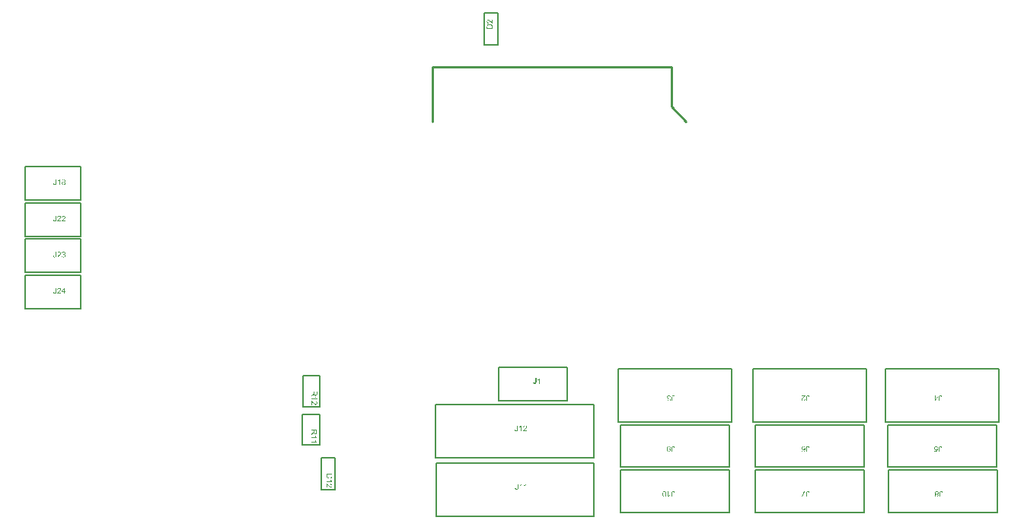
<source format=gbr>
%FSTAX23Y23*%
%MOIN*%
%SFA1B1*%

%IPPOS*%
%ADD12C,0.007874*%
%ADD14C,0.010000*%
%LNbrushed_pcb_top_assembly-1*%
%LPD*%
G36*
X-00181Y-00746D02*
Y-00746D01*
Y-00746*
Y-00746*
Y-00747*
X-00181Y-00747*
Y-00747*
X-00181Y-00748*
X-00181Y-00749*
X-00181Y-00749*
X-00181Y-0075*
X-00181Y-00751*
X-00181Y-00751*
X-00182Y-00751*
X-00182Y-00752*
X-00182Y-00752*
X-00182Y-00752*
X-00183Y-00753*
X-00183Y-00753*
X-00184Y-00754*
X-00184Y-00754*
X-00184Y-00754*
X-00185Y-00754*
X-00185Y-00754*
X-00186Y-00754*
X-00186Y-00754*
X-00187Y-00754*
X-00188Y-00754*
X-00188*
X-00188Y-00754*
X-00189Y-00754*
X-00189Y-00754*
X-0019Y-00754*
X-00191Y-00754*
X-00191Y-00754*
X-00192Y-00753*
X-00192Y-00753*
X-00193Y-00753*
X-00193Y-00753*
Y-00753*
X-00193Y-00753*
X-00193Y-00752*
X-00193Y-00752*
X-00193Y-00752*
X-00193Y-00752*
X-00194Y-00751*
X-00194Y-00751*
X-00194Y-00751*
X-00194Y-0075*
X-00194Y-0075*
X-00194Y-00749*
X-00194Y-00749*
X-00195Y-00748*
X-00195Y-00748*
Y-00747*
X-00192Y-00746*
Y-00747*
Y-00747*
Y-00747*
X-00192Y-00747*
Y-00747*
X-00192Y-00747*
X-00191Y-00748*
X-00191Y-00749*
X-00191Y-00749*
X-00191Y-0075*
X-00191Y-0075*
X-00191Y-0075*
X-0019Y-00751*
X-0019Y-00751*
X-0019Y-00751*
X-0019Y-00751*
X-00189Y-00751*
X-00189Y-00751*
X-00188Y-00751*
X-00188Y-00752*
X-00188*
X-00187Y-00751*
X-00187Y-00751*
X-00187Y-00751*
X-00186Y-00751*
X-00186Y-00751*
X-00186Y-00751*
X-00186Y-00751*
X-00186Y-00751*
X-00185Y-00751*
X-00185Y-00751*
X-00185Y-0075*
X-00185Y-0075*
X-00185Y-0075*
X-00184Y-00749*
Y-00749*
X-00184Y-00749*
X-00184Y-00749*
X-00184Y-00749*
X-00184Y-00748*
X-00184Y-00748*
X-00184Y-00747*
Y-00746*
Y-00729*
X-00181*
Y-00746*
G37*
G36*
X-00148Y-00729D02*
X-00148Y-00729D01*
X-00147Y-00729*
X-00147Y-00729*
X-00147Y-00729*
X-00146Y-00729*
X-00145Y-0073*
X-00144Y-0073*
X-00144Y-0073*
X-00143Y-0073*
X-00143Y-00731*
X-00143Y-00731*
X-00143Y-00731*
X-00143Y-00731*
X-00142Y-00731*
X-00142Y-00731*
X-00142Y-00732*
X-00142Y-00732*
X-00141Y-00733*
X-00141Y-00734*
X-00141Y-00735*
X-00141Y-00735*
X-00141Y-00736*
Y-00736*
Y-00736*
X-00141Y-00736*
X-00141Y-00737*
X-00141Y-00737*
X-00141Y-00738*
X-00141Y-00738*
X-00141Y-00739*
X-00141Y-00739*
X-00141Y-00739*
X-00142Y-00739*
X-00142Y-0074*
X-00142Y-0074*
X-00142Y-00741*
X-00143Y-00741*
X-00143Y-00742*
X-00143Y-00742*
X-00144Y-00742*
X-00144Y-00742*
X-00144Y-00743*
X-00145Y-00743*
X-00145Y-00743*
X-00145Y-00744*
X-00146Y-00744*
X-00146Y-00744*
X-00146Y-00745*
X-00147Y-00745*
X-00148Y-00746*
X-00148Y-00746*
X-00148Y-00746*
X-00148Y-00746*
X-00148Y-00746*
X-00149Y-00747*
X-00149Y-00747*
X-0015Y-00748*
X-0015Y-00748*
X-00151Y-00749*
X-00151Y-00749*
X-00152Y-00749*
X-00152Y-00749*
X-00152Y-00749*
X-00152Y-0075*
X-00152Y-0075*
X-00152Y-0075*
X-00153Y-0075*
X-00153Y-00751*
X-00141*
Y-00754*
X-00157*
Y-00754*
Y-00754*
Y-00754*
X-00157Y-00753*
X-00157Y-00753*
X-00157Y-00753*
X-00157Y-00752*
X-00157Y-00752*
Y-00752*
X-00157Y-00752*
X-00157Y-00752*
X-00157Y-00751*
X-00156Y-00751*
X-00156Y-0075*
X-00156Y-0075*
X-00155Y-00749*
X-00155Y-00749*
Y-00749*
X-00155Y-00749*
X-00155Y-00748*
X-00154Y-00748*
X-00154Y-00747*
X-00153Y-00747*
X-00153Y-00746*
X-00152Y-00746*
X-00151Y-00745*
X-00151Y-00745*
X-00151Y-00745*
X-00151Y-00744*
X-0015Y-00744*
X-0015Y-00744*
X-0015Y-00744*
X-00149Y-00743*
X-00148Y-00742*
X-00147Y-00741*
X-00146Y-00741*
X-00146Y-0074*
X-00146Y-0074*
X-00145Y-00739*
Y-00739*
X-00145Y-00739*
X-00145Y-00739*
X-00145Y-00739*
X-00145Y-00739*
X-00145Y-00738*
X-00144Y-00738*
X-00144Y-00737*
X-00144Y-00736*
X-00144Y-00736*
Y-00736*
Y-00736*
X-00144Y-00735*
X-00144Y-00735*
X-00144Y-00735*
X-00144Y-00734*
X-00144Y-00734*
X-00145Y-00733*
X-00145Y-00733*
X-00145Y-00732*
X-00145Y-00732*
X-00146Y-00732*
X-00146Y-00732*
X-00147Y-00732*
X-00147Y-00731*
X-00148Y-00731*
X-00149Y-00731*
X-00149*
X-00149Y-00731*
X-00149Y-00731*
X-0015Y-00731*
X-00151Y-00732*
X-00151Y-00732*
X-00152Y-00732*
X-00152Y-00733*
X-00152Y-00733*
X-00152Y-00733*
X-00153Y-00733*
X-00153Y-00734*
X-00153Y-00734*
X-00153Y-00735*
X-00154Y-00735*
X-00154Y-00736*
X-00157Y-00736*
Y-00736*
Y-00736*
X-00157Y-00736*
X-00157Y-00735*
X-00157Y-00735*
X-00157Y-00735*
X-00156Y-00734*
X-00156Y-00733*
X-00156Y-00732*
X-00155Y-00731*
X-00155Y-00731*
X-00154Y-00731*
X-00154Y-00731*
X-00154Y-00731*
X-00154Y-0073*
X-00154Y-0073*
X-00154Y-0073*
X-00153Y-0073*
X-00153Y-0073*
X-00153Y-0073*
X-00152Y-00729*
X-00152Y-00729*
X-00152Y-00729*
X-00151Y-00729*
X-0015Y-00729*
X-00149Y-00729*
X-00149Y-00729*
X-00148*
X-00148Y-00729*
G37*
G36*
X-00165Y-00754D02*
X-00168D01*
Y-00734*
X-00168Y-00734*
X-00168Y-00734*
X-00168Y-00735*
X-00169Y-00735*
X-00169Y-00735*
X-0017Y-00736*
X-0017Y-00736*
X-00171Y-00736*
X-00171*
X-00171Y-00736*
X-00171Y-00737*
X-00172Y-00737*
X-00172Y-00737*
X-00172Y-00737*
X-00173Y-00738*
X-00174Y-00738*
X-00174Y-00738*
Y-00735*
X-00174*
X-00174Y-00735*
X-00174Y-00735*
X-00174Y-00735*
X-00173Y-00735*
X-00173Y-00735*
X-00173Y-00734*
X-00172Y-00734*
X-00171Y-00733*
X-0017Y-00733*
X-0017Y-00732*
X-0017Y-00732*
X-0017Y-00732*
X-00169Y-00732*
X-00169Y-00731*
X-00169Y-00731*
X-00168Y-00731*
X-00168Y-0073*
X-00167Y-00729*
X-00167Y-00729*
X-00165*
Y-00754*
G37*
G36*
X00501Y-01017D02*
X00501Y-01017D01*
X00501Y-01017*
X00502Y-01017*
X00503Y-01017*
X00504Y-01017*
X00504Y-01017*
X00504Y-01018*
X00505Y-01018*
X00505Y-01018*
Y-01018*
X00505Y-01018*
X00505Y-01019*
X00505Y-01019*
X00505Y-01019*
X00506Y-01019*
X00506Y-01019*
X00506Y-0102*
X00506Y-0102*
X00506Y-01021*
X00506Y-01021*
X00507Y-01022*
X00507Y-01022*
X00507Y-01023*
X00507Y-01023*
Y-01024*
X00504Y-01024*
Y-01024*
Y-01024*
Y-01024*
X00504Y-01024*
Y-01024*
X00504Y-01024*
X00504Y-01023*
X00503Y-01022*
X00503Y-01022*
X00503Y-01021*
X00503Y-01021*
X00503Y-0102*
X00503Y-0102*
X00502Y-0102*
X00502Y-0102*
X00502Y-0102*
X00502Y-0102*
X00501Y-0102*
X00501Y-01019*
X005Y-01019*
X005*
X005Y-01019*
X00499Y-0102*
X00499Y-0102*
X00499Y-0102*
X00498Y-0102*
X00498Y-0102*
X00498Y-0102*
X00498Y-0102*
X00498Y-0102*
X00497Y-0102*
X00497Y-01021*
X00497Y-01021*
X00497Y-01021*
X00497Y-01022*
Y-01022*
X00497Y-01022*
X00496Y-01022*
X00496Y-01022*
X00496Y-01023*
X00496Y-01023*
X00496Y-01024*
Y-01025*
Y-01042*
X00493*
Y-01025*
Y-01025*
Y-01025*
Y-01025*
Y-01024*
X00493Y-01024*
Y-01024*
X00493Y-01023*
X00493Y-01022*
X00493Y-01022*
X00493Y-01021*
X00494Y-0102*
X00494Y-0102*
X00494Y-0102*
X00494Y-01019*
X00494Y-01019*
X00495Y-01019*
X00495Y-01018*
X00496Y-01018*
X00496Y-01017*
X00496Y-01017*
X00496Y-01017*
X00497Y-01017*
X00497Y-01017*
X00498Y-01017*
X00498Y-01017*
X00499Y-01017*
X005Y-01016*
X005*
X00501Y-01017*
G37*
G36*
X0048Y-01037D02*
X0048Y-01037D01*
X0048Y-01036*
X00481Y-01036*
X00481Y-01036*
X00481Y-01036*
X00482Y-01035*
X00482Y-01035*
X00483Y-01034*
X00483*
X00483Y-01034*
X00483Y-01034*
X00484Y-01034*
X00484Y-01034*
X00485Y-01034*
X00485Y-01033*
X00486Y-01033*
X00486Y-01033*
Y-01036*
X00486*
X00486Y-01036*
X00486Y-01036*
X00486Y-01036*
X00486Y-01036*
X00485Y-01036*
X00485Y-01037*
X00484Y-01037*
X00483Y-01038*
X00483Y-01038*
X00482Y-01039*
X00482Y-01039*
X00482Y-01039*
X00481Y-01039*
X00481Y-01039*
X00481Y-0104*
X0048Y-0104*
X0048Y-01041*
X00479Y-01042*
X00479Y-01042*
X00477*
Y-01017*
X0048*
Y-01037*
G37*
G36*
X00461Y-01017D02*
X00462Y-01017D01*
X00462Y-01017*
X00463Y-01017*
X00463Y-01017*
X00464Y-01017*
X00464Y-01017*
X00465Y-01018*
X00465Y-01018*
X00466Y-01018*
X00466Y-01019*
X00467Y-01019*
X00467Y-01019*
X00467Y-01019*
X00467Y-01019*
X00467Y-0102*
X00467Y-0102*
X00467Y-0102*
X00468Y-01021*
X00468Y-01022*
X00468Y-01022*
X00468Y-01023*
X00469Y-01024*
X00469Y-01025*
X00469Y-01026*
X00469Y-01027*
X00469Y-01028*
X00469Y-01029*
Y-01029*
Y-0103*
Y-0103*
Y-0103*
X00469Y-0103*
Y-01031*
X00469Y-01031*
X00469Y-01032*
X00469Y-01033*
X00469Y-01034*
X00469Y-01035*
X00468Y-01036*
X00468Y-01037*
Y-01037*
X00468Y-01037*
X00468Y-01037*
X00468Y-01037*
X00468Y-01037*
X00468Y-01037*
X00468Y-01038*
X00467Y-01039*
X00467Y-01039*
X00466Y-0104*
X00465Y-01041*
X00465*
X00465Y-01041*
X00465Y-01041*
X00465Y-01041*
X00465Y-01041*
X00464Y-01042*
X00464Y-01042*
X00463Y-01042*
X00462Y-01042*
X00461Y-01042*
X00461*
X0046Y-01042*
X0046Y-01042*
X00459Y-01042*
X00459Y-01042*
X00458Y-01042*
X00457Y-01041*
X00457Y-01041*
X00457Y-01041*
X00457Y-01041*
X00456Y-01041*
X00456Y-0104*
X00456Y-0104*
X00455Y-0104*
X00455Y-01039*
X00455Y-01039*
X00455Y-01039*
X00454Y-01038*
X00454Y-01038*
X00454Y-01037*
X00454Y-01037*
X00453Y-01036*
X00453Y-01035*
Y-01035*
X00453Y-01035*
Y-01035*
X00453Y-01035*
X00453Y-01035*
X00453Y-01034*
X00453Y-01034*
X00453Y-01034*
X00453Y-01033*
X00453Y-01033*
X00453Y-01032*
X00453Y-01032*
X00453Y-01031*
Y-01031*
X00453Y-01029*
Y-01029*
Y-01029*
Y-01029*
Y-01029*
X00453Y-01028*
Y-01028*
X00453Y-01027*
X00453Y-01027*
X00453Y-01026*
X00453Y-01024*
X00453Y-01023*
X00453Y-01023*
X00454Y-01022*
Y-01022*
X00454Y-01022*
X00454Y-01022*
X00454Y-01022*
X00454Y-01021*
X00454Y-01021*
X00454Y-01021*
X00455Y-0102*
X00455Y-01019*
X00456Y-01019*
X00456Y-01018*
X00456*
X00456Y-01018*
X00456Y-01018*
X00457Y-01018*
X00457Y-01017*
X00458Y-01017*
X00458Y-01017*
X00459Y-01017*
X0046Y-01017*
X00461Y-01016*
X00461*
X00461Y-01017*
G37*
G36*
X0109Y-00596D02*
X0109Y-00596D01*
X0109Y-00596*
X01091Y-00596*
X01092Y-00597*
X01093Y-00597*
X01093Y-00597*
X01094Y-00597*
X01094Y-00598*
X01094Y-00598*
Y-00598*
X01094Y-00598*
X01094Y-00598*
X01095Y-00598*
X01095Y-00599*
X01095Y-00599*
X01095Y-00599*
X01095Y-00599*
X01095Y-006*
X01095Y-006*
X01096Y-00601*
X01096Y-00601*
X01096Y-00602*
X01096Y-00602*
X01096Y-00603*
Y-00604*
X01093Y-00604*
Y-00604*
Y-00604*
Y-00604*
X01093Y-00604*
Y-00603*
X01093Y-00603*
X01093Y-00603*
X01093Y-00602*
X01092Y-00601*
X01092Y-00601*
X01092Y-006*
X01092Y-006*
X01092Y-006*
X01092Y-006*
X01092Y-006*
X01091Y-006*
X01091Y-00599*
X0109Y-00599*
X0109Y-00599*
X01089Y-00599*
X01089*
X01089Y-00599*
X01088Y-00599*
X01088Y-00599*
X01088Y-00599*
X01087Y-006*
X01087Y-006*
X01087Y-006*
X01087Y-006*
X01087Y-006*
X01087Y-006*
X01086Y-006*
X01086Y-00601*
X01086Y-00601*
X01086Y-00601*
Y-00601*
X01086Y-00601*
X01086Y-00602*
X01086Y-00602*
X01086Y-00602*
X01085Y-00603*
X01085Y-00604*
Y-00604*
Y-00622*
X01082*
Y-00605*
Y-00605*
Y-00604*
Y-00604*
Y-00604*
X01082Y-00604*
Y-00604*
X01082Y-00603*
X01082Y-00602*
X01082Y-00601*
X01083Y-006*
X01083Y-006*
X01083Y-006*
X01083Y-00599*
X01083Y-00599*
X01083Y-00599*
X01084Y-00598*
X01084Y-00598*
X01085Y-00597*
X01085Y-00597*
X01085Y-00597*
X01086Y-00597*
X01086Y-00597*
X01086Y-00597*
X01087Y-00596*
X01088Y-00596*
X01088Y-00596*
X01089Y-00596*
X0109*
X0109Y-00596*
G37*
G36*
X01078Y-00597D02*
Y-00597D01*
Y-00597*
X01078Y-00597*
X01078Y-00598*
X01078Y-00598*
X01078Y-00598*
X01078Y-00599*
Y-00599*
X01078Y-00599*
X01078Y-00599*
X01078Y-00599*
X01077Y-006*
X01077Y-006*
X01077Y-00601*
X01076Y-00601*
X01076Y-00602*
Y-00602*
X01076Y-00602*
X01076Y-00602*
X01075Y-00603*
X01075Y-00603*
X01074Y-00604*
X01074Y-00604*
X01073Y-00605*
X01072Y-00606*
X01072Y-00606*
X01072Y-00606*
X01071Y-00606*
X01071Y-00606*
X01071Y-00607*
X0107Y-00607*
X0107Y-00608*
X01069Y-00609*
X01068Y-0061*
X01067Y-0061*
X01067Y-0061*
X01067Y-00611*
X01066Y-00611*
Y-00611*
X01066Y-00611*
X01066Y-00611*
X01066Y-00612*
X01066Y-00612*
X01066Y-00612*
X01065Y-00613*
X01065Y-00614*
X01065Y-00614*
X01065Y-00615*
Y-00615*
Y-00615*
X01065Y-00615*
X01065Y-00616*
X01065Y-00616*
X01065Y-00617*
X01065Y-00617*
X01066Y-00618*
X01066Y-00618*
X01066Y-00618*
X01066Y-00618*
X01067Y-00619*
X01067Y-00619*
X01068Y-00619*
X01068Y-00619*
X01069Y-00619*
X0107Y-00619*
X0107*
X0107Y-00619*
X0107Y-00619*
X01071Y-00619*
X01071Y-00619*
X01072Y-00619*
X01073Y-00618*
X01073Y-00618*
X01073Y-00618*
X01073Y-00618*
X01074Y-00617*
X01074Y-00617*
X01074Y-00617*
X01074Y-00616*
X01074Y-00615*
X01075Y-00614*
X01078Y-00615*
Y-00615*
Y-00615*
X01078Y-00615*
X01078Y-00615*
X01078Y-00616*
X01078Y-00616*
X01077Y-00617*
X01077Y-00618*
X01077Y-00618*
X01076Y-00619*
X01076Y-0062*
X01075Y-0062*
X01075Y-0062*
X01075Y-0062*
X01075Y-0062*
X01075Y-0062*
X01075Y-00621*
X01074Y-00621*
X01074Y-00621*
X01074Y-00621*
X01073Y-00621*
X01073Y-00621*
X01072Y-00622*
X01072Y-00622*
X01071Y-00622*
X0107Y-00622*
X0107Y-00622*
X01069*
X01069Y-00622*
X01069Y-00622*
X01068Y-00622*
X01068Y-00622*
X01067Y-00622*
X01067Y-00621*
X01066Y-00621*
X01065Y-00621*
X01065Y-00621*
X01064Y-0062*
X01064Y-0062*
X01064Y-0062*
X01064Y-0062*
X01064Y-0062*
X01063Y-0062*
X01063Y-00619*
X01063Y-00619*
X01063Y-00619*
X01062Y-00618*
X01062Y-00617*
X01062Y-00616*
X01062Y-00615*
X01062Y-00615*
Y-00615*
Y-00615*
X01062Y-00614*
X01062Y-00614*
X01062Y-00614*
X01062Y-00613*
X01062Y-00612*
X01062Y-00612*
X01062Y-00612*
X01062Y-00612*
X01063Y-00611*
X01063Y-00611*
X01063Y-00611*
X01063Y-0061*
X01064Y-00609*
X01064Y-00609*
X01064Y-00609*
X01065Y-00609*
X01065Y-00608*
X01065Y-00608*
X01065Y-00608*
X01066Y-00607*
X01066Y-00607*
X01067Y-00607*
X01067Y-00606*
X01067Y-00606*
X01068Y-00605*
X01069Y-00605*
X01069Y-00604*
X01069Y-00604*
X01069Y-00604*
X01069Y-00604*
X0107Y-00604*
X0107Y-00604*
X01071Y-00603*
X01071Y-00603*
X01072Y-00602*
X01072Y-00602*
X01072Y-00601*
X01073Y-00601*
X01073Y-00601*
X01073Y-00601*
X01073Y-00601*
X01073Y-00601*
X01074Y-006*
X01074Y-006*
X01062*
Y-00597*
X01078*
Y-00597*
G37*
G36*
X-0106Y-00759D02*
X-0106Y-0076D01*
Y-0076*
X-0106Y-00761*
X-0106Y-00762*
X-0106Y-00763*
X-0106Y-00763*
X-0106Y-00764*
X-0106Y-00764*
Y-00764*
X-0106Y-00764*
X-01061Y-00764*
X-01061Y-00765*
X-01061Y-00765*
X-01061Y-00766*
X-01062Y-00766*
X-01062Y-00766*
X-01063Y-00767*
X-01063Y-00767*
X-01063Y-00767*
X-01064Y-00767*
X-01064Y-00767*
X-01065Y-00768*
X-01065Y-00768*
X-01066Y-00768*
X-01067Y-00768*
X-01067*
X-01067*
X-01067*
X-01067Y-00768*
X-01067*
X-01068Y-00768*
X-01068Y-00768*
X-01069Y-00768*
X-0107Y-00767*
X-0107Y-00767*
X-01071Y-00766*
X-01071Y-00766*
X-01071Y-00766*
X-01071Y-00766*
X-01072Y-00766*
X-01072Y-00766*
X-01072Y-00765*
X-01072Y-00765*
X-01072Y-00765*
X-01072Y-00765*
X-01073Y-00764*
X-01073Y-00764*
X-01073Y-00763*
X-01073Y-00763*
X-01073Y-00762*
X-01073Y-00761*
X-01073Y-00761*
X-01074Y-00761*
X-01074Y-00761*
X-01074Y-00761*
X-01074Y-00762*
X-01074Y-00762*
X-01075Y-00763*
X-01075Y-00763*
X-01075Y-00763*
X-01075Y-00763*
X-01075Y-00763*
X-01076Y-00764*
X-01076Y-00764*
X-01077Y-00765*
X-01077Y-00765*
X-01078Y-00766*
X-01085Y-0077*
Y-00766*
X-0108Y-00762*
X-0108*
X-0108Y-00762*
X-0108Y-00762*
X-01079Y-00762*
X-01079Y-00762*
X-01078Y-00762*
X-01078Y-00761*
X-01077Y-00761*
X-01077Y-0076*
X-01076Y-0076*
X-01076Y-0076*
X-01076Y-0076*
X-01076Y-0076*
X-01076Y-00759*
X-01075Y-00759*
X-01075Y-00759*
X-01075Y-00758*
X-01075Y-00758*
X-01075Y-00758*
X-01074Y-00758*
X-01074Y-00758*
X-01074Y-00757*
X-01074Y-00757*
Y-00757*
X-01074Y-00757*
Y-00757*
X-01074Y-00756*
X-01074Y-00756*
Y-00756*
X-01074Y-00755*
Y-00751*
X-01085*
Y-00748*
X-0106*
Y-00759*
G37*
G36*
X-01066Y-00774D02*
X-01066Y-00774D01*
X-01066Y-00775*
X-01066Y-00775*
X-01066Y-00775*
X-01066Y-00775*
X-01065Y-00776*
X-01065Y-00776*
X-01064Y-00777*
X-01064Y-00778*
X-01063Y-00779*
X-01063Y-00779*
X-01063Y-00779*
X-01063Y-00779*
X-01062Y-00779*
X-01062Y-0078*
X-01061Y-0078*
X-01061Y-00781*
X-0106Y-00781*
X-0106Y-00782*
Y-00784*
X-01085*
Y-0078*
X-01065*
X-01065Y-0078*
X-01065Y-0078*
X-01066Y-0078*
X-01066Y-0078*
X-01066Y-00779*
X-01067Y-00779*
X-01067Y-00778*
X-01067Y-00777*
Y-00777*
X-01067Y-00777*
X-01068Y-00777*
X-01068Y-00777*
X-01068Y-00776*
X-01068Y-00776*
X-01069Y-00775*
X-01069Y-00775*
X-01069Y-00774*
X-01066*
Y-00774*
G37*
G36*
Y-00794D02*
X-01066Y-00794D01*
X-01066Y-00794*
X-01066Y-00794*
X-01066Y-00795*
X-01066Y-00795*
X-01065Y-00795*
X-01065Y-00796*
X-01064Y-00797*
X-01064Y-00798*
X-01063Y-00798*
X-01063Y-00798*
X-01063Y-00798*
X-01063Y-00799*
X-01062Y-00799*
X-01062Y-00799*
X-01061Y-008*
X-01061Y-008*
X-0106Y-00801*
X-0106Y-00801*
Y-00803*
X-01085*
Y-008*
X-01065*
X-01065Y-008*
X-01065Y-008*
X-01066Y-008*
X-01066Y-00799*
X-01066Y-00799*
X-01067Y-00798*
X-01067Y-00798*
X-01067Y-00797*
Y-00797*
X-01067Y-00797*
X-01068Y-00797*
X-01068Y-00796*
X-01068Y-00796*
X-01068Y-00796*
X-01069Y-00795*
X-01069Y-00794*
X-01069Y-00794*
X-01066*
Y-00794*
G37*
G36*
X-01059Y-0059D02*
X-01059Y-00591D01*
Y-00591*
X-01059Y-00592*
X-01059Y-00593*
X-01059Y-00593*
X-01059Y-00594*
X-01059Y-00595*
X-0106Y-00595*
Y-00595*
X-0106Y-00595*
X-0106Y-00595*
X-0106Y-00596*
X-0106Y-00596*
X-0106Y-00596*
X-01061Y-00597*
X-01061Y-00597*
X-01062Y-00598*
X-01062Y-00598*
X-01062Y-00598*
X-01063Y-00598*
X-01063Y-00598*
X-01064Y-00598*
X-01064Y-00599*
X-01065Y-00599*
X-01066Y-00599*
X-01066*
X-01066*
X-01066*
X-01066Y-00599*
X-01066*
X-01067Y-00599*
X-01067Y-00599*
X-01068Y-00598*
X-01069Y-00598*
X-0107Y-00598*
X-0107Y-00597*
X-0107Y-00597*
X-0107Y-00597*
X-0107Y-00597*
X-01071Y-00597*
X-01071Y-00597*
X-01071Y-00596*
X-01071Y-00596*
X-01071Y-00596*
X-01071Y-00595*
X-01072Y-00595*
X-01072Y-00595*
X-01072Y-00594*
X-01072Y-00594*
X-01072Y-00593*
X-01072Y-00592*
X-01073Y-00592*
X-01073Y-00592*
X-01073Y-00592*
X-01073Y-00592*
X-01073Y-00592*
X-01073Y-00593*
X-01074Y-00593*
X-01074Y-00594*
X-01074Y-00594*
X-01074Y-00594*
X-01074Y-00594*
X-01075Y-00595*
X-01075Y-00595*
X-01076Y-00595*
X-01077Y-00596*
X-01077Y-00596*
X-01084Y-00601*
Y-00597*
X-01079Y-00593*
X-01079*
X-01079Y-00593*
X-01079Y-00593*
X-01078Y-00593*
X-01078Y-00593*
X-01078Y-00592*
X-01077Y-00592*
X-01076Y-00592*
X-01076Y-00591*
X-01075Y-00591*
X-01075Y-00591*
X-01075Y-00591*
X-01075Y-00591*
X-01075Y-0059*
X-01074Y-0059*
X-01074Y-00589*
X-01074Y-00589*
X-01074Y-00589*
X-01074Y-00589*
X-01074Y-00589*
X-01073Y-00589*
X-01073Y-00588*
X-01073Y-00588*
Y-00588*
X-01073Y-00588*
Y-00587*
X-01073Y-00587*
X-01073Y-00587*
Y-00587*
X-01073Y-00586*
Y-00582*
X-01084*
Y-00579*
X-01059*
Y-0059*
G37*
G36*
X-01065Y-00605D02*
X-01065Y-00605D01*
X-01065Y-00605*
X-01065Y-00606*
X-01065Y-00606*
X-01065Y-00606*
X-01064Y-00607*
X-01064Y-00607*
X-01063Y-00608*
X-01063Y-00609*
X-01062Y-0061*
X-01062Y-0061*
X-01062Y-0061*
X-01062Y-0061*
X-01062Y-0061*
X-01061Y-00611*
X-01061Y-00611*
X-0106Y-00612*
X-01059Y-00612*
X-01059Y-00612*
Y-00614*
X-01084*
Y-00611*
X-01064*
X-01064Y-00611*
X-01065Y-00611*
X-01065Y-00611*
X-01065Y-0061*
X-01065Y-0061*
X-01066Y-0061*
X-01066Y-00609*
X-01066Y-00608*
Y-00608*
X-01067Y-00608*
X-01067Y-00608*
X-01067Y-00608*
X-01067Y-00607*
X-01067Y-00607*
X-01068Y-00606*
X-01068Y-00606*
X-01068Y-00605*
X-01065*
Y-00605*
G37*
G36*
X-01083Y-00622D02*
X-01083Y-00622D01*
X-01083Y-00622*
X-01082Y-00622*
X-01082Y-00622*
X-01082*
X-01082Y-00622*
X-01082Y-00622*
X-01081Y-00623*
X-01081Y-00623*
X-0108Y-00623*
X-0108Y-00623*
X-01079Y-00624*
X-01079Y-00624*
X-01079*
X-01079Y-00624*
X-01078Y-00625*
X-01078Y-00625*
X-01078Y-00625*
X-01077Y-00626*
X-01076Y-00627*
X-01076Y-00627*
X-01075Y-00628*
X-01075Y-00628*
X-01075Y-00629*
X-01074Y-00629*
X-01074Y-00629*
X-01074Y-00629*
X-01074Y-0063*
X-01073Y-00631*
X-01072Y-00632*
X-01071Y-00632*
X-01071Y-00633*
X-0107Y-00633*
X-0107Y-00634*
X-01069Y-00634*
X-01069*
X-01069Y-00634*
X-01069Y-00634*
X-01069Y-00634*
X-01069Y-00634*
X-01068Y-00635*
X-01068Y-00635*
X-01067Y-00635*
X-01066Y-00635*
X-01066Y-00635*
X-01066*
X-01066*
X-01065Y-00635*
X-01065Y-00635*
X-01065Y-00635*
X-01064Y-00635*
X-01064Y-00635*
X-01063Y-00634*
X-01063Y-00634*
X-01063Y-00634*
X-01062Y-00634*
X-01062Y-00634*
X-01062Y-00633*
X-01062Y-00633*
X-01062Y-00632*
X-01061Y-00631*
X-01061Y-00631*
Y-0063*
X-01061Y-0063*
X-01061Y-0063*
X-01061Y-00629*
X-01062Y-00629*
X-01062Y-00628*
X-01062Y-00628*
X-01063Y-00627*
X-01063Y-00627*
X-01063Y-00627*
X-01063Y-00627*
X-01064Y-00626*
X-01064Y-00626*
X-01065Y-00626*
X-01066Y-00626*
X-01066Y-00626*
X-01066Y-00622*
X-01066*
X-01066*
X-01066Y-00623*
X-01065Y-00623*
X-01065Y-00623*
X-01065Y-00623*
X-01064Y-00623*
X-01063Y-00623*
X-01062Y-00624*
X-01061Y-00624*
X-01061Y-00625*
X-01061Y-00625*
X-01061Y-00625*
X-01061Y-00625*
X-0106Y-00625*
X-0106Y-00625*
X-0106Y-00626*
X-0106Y-00626*
X-0106Y-00626*
X-0106Y-00626*
X-0106Y-00627*
X-01059Y-00627*
X-01059Y-00628*
X-01059Y-00628*
X-01059Y-00629*
X-01059Y-0063*
X-01059Y-00631*
Y-00631*
X-01059Y-00631*
X-01059Y-00632*
X-01059Y-00632*
X-01059Y-00632*
X-01059Y-00633*
X-01059Y-00634*
X-0106Y-00635*
X-0106Y-00635*
X-0106Y-00636*
X-0106Y-00636*
X-01061Y-00636*
X-01061Y-00636*
X-01061Y-00636*
X-01061Y-00637*
X-01061Y-00637*
X-01061Y-00637*
X-01062Y-00637*
X-01062Y-00637*
X-01063Y-00638*
X-01064Y-00638*
X-01065Y-00638*
X-01065Y-00639*
X-01066Y-00639*
X-01066*
X-01066*
X-01066Y-00639*
X-01067Y-00638*
X-01067Y-00638*
X-01068Y-00638*
X-01068Y-00638*
X-01069Y-00638*
X-01069Y-00638*
X-01069Y-00638*
X-01069Y-00638*
X-0107Y-00637*
X-0107Y-00637*
X-01071Y-00637*
X-01071Y-00636*
X-01072Y-00636*
X-01072Y-00636*
X-01072Y-00636*
X-01072Y-00635*
X-01073Y-00635*
X-01073Y-00635*
X-01073Y-00634*
X-01074Y-00634*
X-01074Y-00634*
X-01074Y-00633*
X-01075Y-00633*
X-01075Y-00632*
X-01076Y-00632*
X-01076Y-00631*
X-01076Y-00631*
X-01076Y-00631*
X-01077Y-00631*
X-01077Y-00631*
X-01077Y-0063*
X-01078Y-0063*
X-01078Y-00629*
X-01079Y-00628*
X-01079Y-00628*
X-01079Y-00628*
X-01079Y-00628*
X-0108Y-00627*
X-0108Y-00627*
X-0108Y-00627*
X-0108Y-00627*
X-01081Y-00627*
X-01081Y-00626*
Y-00639*
X-01084*
Y-00622*
X-01084*
X-01084*
X-01084*
X-01083Y-00622*
G37*
G36*
X-00993Y-00951D02*
X-00993Y-00952D01*
X-00993Y-00952*
X-00993Y-00953*
X-00993Y-00954*
X-00993Y-00954*
Y-00955*
X-00993Y-00955*
Y-00955*
X-00993Y-00955*
X-00994Y-00955*
X-00994Y-00956*
X-00994Y-00956*
X-00994Y-00957*
X-00995Y-00958*
X-00995Y-00958*
Y-00958*
X-00995Y-00958*
X-00995Y-00959*
X-00996Y-00959*
X-00996Y-00959*
X-00997Y-0096*
X-00998Y-0096*
X-00999Y-00961*
X-00999Y-00961*
X-01*
X-01Y-00961*
X-01Y-00961*
X-01Y-00961*
X-01Y-00961*
X-01Y-00961*
X-01001Y-00962*
X-01001Y-00962*
X-01002Y-00962*
X-01002Y-00962*
X-01003Y-00962*
X-01004Y-00962*
X-01005Y-00962*
X-01005*
X-01006*
X-01006*
X-01006*
X-01006Y-00962*
X-01006*
X-01007Y-00962*
X-01008Y-00962*
X-01009Y-00962*
X-0101Y-00962*
X-01011Y-00961*
X-01011*
X-01011Y-00961*
X-01011Y-00961*
X-01011Y-00961*
X-01011Y-00961*
X-01012Y-00961*
X-01012Y-00961*
X-01013Y-0096*
X-01014Y-0096*
X-01014Y-0096*
X-01014Y-0096*
X-01014Y-0096*
X-01015Y-00959*
X-01015Y-00959*
X-01015Y-00959*
X-01016Y-00958*
X-01016Y-00958*
X-01017Y-00957*
X-01017Y-00957*
X-01017Y-00957*
X-01017Y-00957*
X-01017Y-00957*
X-01017Y-00956*
X-01017Y-00956*
X-01018Y-00955*
X-01018Y-00954*
Y-00954*
X-01018Y-00954*
X-01018Y-00954*
X-01018Y-00953*
X-01018Y-00953*
X-01018Y-00952*
X-01018Y-00951*
X-01018Y-0095*
Y-00941*
X-00993*
Y-00951*
G37*
G36*
X-00999Y-00968D02*
X-00999Y-00968D01*
X-00999Y-00968*
X-00999Y-00968*
X-00999Y-00969*
X-00999Y-00969*
X-00998Y-00969*
X-00998Y-0097*
X-00997Y-00971*
X-00997Y-00972*
X-00996Y-00972*
X-00996Y-00972*
X-00996Y-00972*
X-00996Y-00973*
X-00996Y-00973*
X-00995Y-00973*
X-00995Y-00974*
X-00994Y-00974*
X-00993Y-00975*
X-00993Y-00975*
Y-00977*
X-01018*
Y-00974*
X-00998*
X-00998Y-00974*
X-00999Y-00974*
X-00999Y-00974*
X-00999Y-00973*
X-00999Y-00973*
X-01Y-00972*
X-01Y-00972*
X-01001Y-00971*
Y-00971*
X-01001Y-00971*
X-01001Y-00971*
X-01001Y-0097*
X-01001Y-0097*
X-01001Y-0097*
X-01002Y-00969*
X-01002Y-00968*
X-01002Y-00968*
X-00999*
Y-00968*
G37*
G36*
X-01017Y-00985D02*
X-01017Y-00985D01*
X-01017Y-00985*
X-01016Y-00985*
X-01016Y-00985*
X-01016*
X-01016Y-00985*
X-01016Y-00985*
X-01015Y-00985*
X-01015Y-00986*
X-01014Y-00986*
X-01014Y-00986*
X-01013Y-00987*
X-01013Y-00987*
X-01013*
X-01013Y-00987*
X-01012Y-00987*
X-01012Y-00988*
X-01012Y-00988*
X-01011Y-00989*
X-0101Y-00989*
X-0101Y-0099*
X-01009Y-00991*
X-01009Y-00991*
X-01009Y-00991*
X-01009Y-00992*
X-01008Y-00992*
X-01008Y-00992*
X-01008Y-00993*
X-01007Y-00993*
X-01006Y-00994*
X-01005Y-00995*
X-01005Y-00996*
X-01004Y-00996*
X-01004Y-00996*
X-01004Y-00997*
X-01004*
X-01003Y-00997*
X-01003Y-00997*
X-01003Y-00997*
X-01003Y-00997*
X-01002Y-00997*
X-01002Y-00998*
X-01001Y-00998*
X-01Y-00998*
X-01Y-00998*
X-01*
X-01*
X-00999Y-00998*
X-00999Y-00998*
X-00999Y-00998*
X-00998Y-00998*
X-00998Y-00998*
X-00997Y-00997*
X-00997Y-00997*
X-00997Y-00997*
X-00996Y-00997*
X-00996Y-00996*
X-00996Y-00996*
X-00996Y-00995*
X-00996Y-00995*
X-00995Y-00994*
X-00995Y-00993*
Y-00993*
X-00995Y-00993*
X-00995Y-00993*
X-00996Y-00992*
X-00996Y-00992*
X-00996Y-00991*
X-00996Y-0099*
X-00997Y-0099*
X-00997Y-0099*
X-00997Y-0099*
X-00997Y-00989*
X-00998Y-00989*
X-00998Y-00989*
X-00999Y-00989*
X-01Y-00989*
X-01Y-00988*
X-01Y-00985*
X-01*
X-01*
X-01Y-00985*
X-01Y-00985*
X-00999Y-00985*
X-00999Y-00985*
X-00998Y-00986*
X-00997Y-00986*
X-00996Y-00986*
X-00995Y-00987*
X-00995Y-00987*
X-00995Y-00988*
X-00995Y-00988*
X-00995Y-00988*
X-00995Y-00988*
X-00994Y-00988*
X-00994Y-00988*
X-00994Y-00989*
X-00994Y-00989*
X-00994Y-00989*
X-00994Y-0099*
X-00993Y-0099*
X-00993Y-00991*
X-00993Y-00991*
X-00993Y-00992*
X-00993Y-00993*
X-00993Y-00993*
Y-00994*
X-00993Y-00994*
X-00993Y-00994*
X-00993Y-00995*
X-00993Y-00995*
X-00993Y-00996*
X-00993Y-00996*
X-00994Y-00997*
X-00994Y-00998*
X-00994Y-00998*
X-00995Y-00999*
X-00995Y-00999*
X-00995Y-00999*
X-00995Y-00999*
X-00995Y-00999*
X-00995Y-01*
X-00995Y-01*
X-00996Y-01*
X-00996Y-01*
X-00997Y-01001*
X-00998Y-01001*
X-00999Y-01001*
X-00999Y-01001*
X-01Y-01001*
X-01*
X-01*
X-01Y-01001*
X-01001Y-01001*
X-01001Y-01001*
X-01002Y-01001*
X-01002Y-01001*
X-01003Y-01001*
X-01003Y-01001*
X-01003Y-01001*
X-01003Y-01*
X-01004Y-01*
X-01004Y-01*
X-01005Y-01*
X-01005Y-00999*
X-01006Y-00999*
X-01006Y-00999*
X-01006Y-00998*
X-01007Y-00998*
X-01007Y-00998*
X-01007Y-00998*
X-01007Y-00997*
X-01008Y-00997*
X-01008Y-00996*
X-01008Y-00996*
X-01009Y-00996*
X-01009Y-00995*
X-0101Y-00994*
X-0101Y-00994*
X-0101Y-00994*
X-0101Y-00994*
X-01011Y-00994*
X-01011Y-00993*
X-01011Y-00993*
X-01012Y-00992*
X-01012Y-00992*
X-01013Y-00991*
X-01013Y-00991*
X-01013Y-0099*
X-01014Y-0099*
X-01014Y-0099*
X-01014Y-0099*
X-01014Y-0099*
X-01014Y-0099*
X-01015Y-00989*
X-01015Y-00989*
Y-01001*
X-01018*
Y-00985*
X-01018*
X-01018*
X-01018*
X-01017Y-00985*
G37*
G36*
X-02201Y00333D02*
Y00333D01*
Y00333*
Y00333*
Y00333*
X-02201Y00332*
Y00332*
X-02201Y00331*
X-02201Y00331*
X-02201Y0033*
X-02202Y00329*
X-02202Y00328*
X-02202Y00328*
X-02202Y00328*
X-02202Y00328*
X-02202Y00327*
X-02203Y00327*
X-02203Y00326*
X-02204Y00326*
X-02204Y00326*
X-02204Y00326*
X-02205Y00325*
X-02205Y00325*
X-02205Y00325*
X-02206Y00325*
X-02207Y00325*
X-02207Y00325*
X-02208Y00325*
X-02209*
X-02209Y00325*
X-02209Y00325*
X-02209Y00325*
X-0221Y00325*
X-02211Y00325*
X-02212Y00326*
X-02212Y00326*
X-02213Y00326*
X-02213Y00326*
X-02213Y00327*
Y00327*
X-02213Y00327*
X-02214Y00327*
X-02214Y00327*
X-02214Y00327*
X-02214Y00327*
X-02214Y00328*
X-02214Y00328*
X-02214Y00328*
X-02215Y00329*
X-02215Y00329*
X-02215Y0033*
X-02215Y0033*
X-02215Y00331*
X-02215Y00332*
Y00332*
X-02212Y00333*
Y00333*
Y00333*
Y00332*
X-02212Y00332*
Y00332*
X-02212Y00332*
X-02212Y00331*
X-02212Y0033*
X-02212Y0033*
X-02211Y00329*
X-02211Y00329*
X-02211Y00329*
X-02211Y00329*
X-02211Y00329*
X-02211Y00328*
X-0221Y00328*
X-0221Y00328*
X-02209Y00328*
X-02209Y00328*
X-02208Y00328*
X-02208*
X-02208Y00328*
X-02208Y00328*
X-02207Y00328*
X-02207Y00328*
X-02206Y00328*
X-02206Y00328*
X-02206Y00328*
X-02206Y00328*
X-02206Y00329*
X-02206Y00329*
X-02205Y00329*
X-02205Y00329*
X-02205Y00329*
X-02205Y0033*
Y0033*
X-02205Y0033*
X-02205Y0033*
X-02205Y00331*
X-02205Y00331*
X-02205Y00332*
X-02204Y00332*
Y00333*
Y0035*
X-02201*
Y00333*
G37*
G36*
X-02185Y00325D02*
X-02188D01*
Y00345*
X-02188Y00345*
X-02189Y00345*
X-02189Y00345*
X-02189Y00344*
X-0219Y00344*
X-0219Y00344*
X-02191Y00343*
X-02191Y00343*
X-02191*
X-02191Y00343*
X-02192Y00343*
X-02192Y00342*
X-02192Y00342*
X-02193Y00342*
X-02193Y00342*
X-02194Y00341*
X-02195Y00341*
Y00344*
X-02195*
X-02194Y00344*
X-02194Y00344*
X-02194Y00344*
X-02194Y00345*
X-02194Y00345*
X-02193Y00345*
X-02192Y00345*
X-02192Y00346*
X-02191Y00347*
X-0219Y00347*
X-0219Y00347*
X-0219Y00347*
X-0219Y00347*
X-02189Y00348*
X-02189Y00348*
X-02189Y00349*
X-02188Y00349*
X-02188Y0035*
X-02187Y00351*
X-02185*
Y00325*
G37*
G36*
X-02169Y0035D02*
X-02168D01*
X-02168Y0035*
X-02167Y0035*
X-02166Y0035*
X-02166Y0035*
X-02165Y00349*
X-02165Y00349*
X-02164Y00349*
X-02164Y00349*
X-02164Y00349*
X-02164Y00349*
X-02164Y00348*
X-02164Y00348*
X-02163Y00348*
X-02163Y00348*
X-02163Y00347*
X-02162Y00347*
X-02162Y00346*
X-02162Y00345*
X-02162Y00344*
X-02162Y00344*
Y00344*
Y00344*
X-02162Y00343*
X-02162Y00343*
X-02162Y00342*
X-02162Y00342*
X-02162Y00341*
X-02163Y00341*
X-02163Y00341*
X-02163Y00341*
X-02163Y0034*
X-02163Y0034*
X-02164Y0034*
X-02164Y0034*
X-02165Y00339*
X-02166Y00339*
X-02166*
X-02165Y00339*
X-02165Y00339*
X-02165Y00339*
X-02165Y00339*
X-02164Y00338*
X-02164Y00338*
X-02163Y00338*
X-02163Y00337*
X-02162Y00336*
X-02162Y00336*
X-02162Y00336*
X-02162Y00336*
X-02161Y00335*
X-02161Y00335*
X-02161Y00334*
X-02161Y00333*
X-02161Y00332*
Y00332*
Y00332*
Y00332*
X-02161Y00332*
X-02161Y00332*
X-02161Y00331*
X-02161Y0033*
X-02161Y0033*
X-02162Y00329*
X-02162Y00329*
X-02162Y00328*
X-02162Y00328*
X-02163Y00327*
X-02163Y00327*
X-02163Y00327*
X-02163Y00327*
X-02163Y00327*
X-02164Y00327*
X-02164Y00326*
X-02164Y00326*
X-02164Y00326*
X-02165Y00326*
X-02165Y00326*
X-02166Y00325*
X-02166Y00325*
X-02167Y00325*
X-02167Y00325*
X-02168Y00325*
X-02168Y00325*
X-02169Y00325*
X-02169*
X-0217Y00325*
X-0217Y00325*
X-0217Y00325*
X-02171Y00325*
X-02171Y00325*
X-02172Y00325*
X-02173Y00325*
X-02173Y00326*
X-02174Y00326*
X-02174Y00326*
X-02175Y00327*
X-02175Y00327*
X-02175Y00327*
X-02175Y00327*
X-02175Y00327*
X-02176Y00327*
X-02176Y00328*
X-02176Y00328*
X-02176Y00328*
X-02176Y00328*
X-02176Y00329*
X-02177Y00329*
X-02177Y0033*
X-02177Y00331*
X-02177Y00331*
X-02177Y00332*
X-02177Y00332*
Y00333*
Y00333*
Y00333*
X-02177Y00333*
Y00333*
X-02177Y00333*
X-02177Y00334*
X-02177Y00335*
X-02177Y00335*
X-02177Y00336*
X-02176Y00337*
Y00337*
X-02176Y00337*
X-02176Y00337*
X-02176Y00337*
X-02175Y00338*
X-02175Y00338*
X-02174Y00338*
X-02173Y00339*
X-02173Y00339*
X-02173*
X-02173Y00339*
X-02173Y00339*
X-02173Y00339*
X-02174Y00339*
X-02174Y0034*
X-02175Y0034*
X-02175Y0034*
X-02176Y00341*
X-02176Y00341*
X-02176Y00341*
X-02176Y00341*
X-02176Y00342*
X-02176Y00342*
X-02176Y00343*
X-02176Y00343*
X-02176Y00344*
Y00344*
Y00344*
Y00344*
X-02176Y00344*
X-02176Y00345*
X-02176Y00345*
X-02176Y00346*
X-02176Y00346*
X-02176Y00347*
X-02175Y00348*
X-02175Y00348*
X-02175Y00348*
X-02174Y00349*
X-02174Y00349*
X-02174Y00349*
X-02174Y00349*
X-02174Y00349*
X-02174Y00349*
X-02174Y00349*
X-02173Y00349*
X-02173Y0035*
X-02172Y0035*
X-02171Y0035*
X-0217Y0035*
X-0217Y0035*
X-02169Y00351*
X-02169*
X-02169Y0035*
G37*
G36*
X-02201Y00173D02*
Y00173D01*
Y00173*
Y00173*
Y00173*
X-02201Y00172*
Y00172*
X-02201Y00171*
X-02201Y00171*
X-02201Y0017*
X-02202Y00169*
X-02202Y00168*
X-02202Y00168*
X-02202Y00168*
X-02202Y00168*
X-02202Y00167*
X-02203Y00167*
X-02203Y00167*
X-02204Y00166*
X-02204Y00166*
X-02204Y00166*
X-02205Y00166*
X-02205Y00165*
X-02205Y00165*
X-02206Y00165*
X-02207Y00165*
X-02207Y00165*
X-02208Y00165*
X-02209*
X-02209Y00165*
X-02209Y00165*
X-02209Y00165*
X-0221Y00165*
X-02211Y00165*
X-02212Y00166*
X-02212Y00166*
X-02213Y00166*
X-02213Y00166*
X-02213Y00167*
Y00167*
X-02213Y00167*
X-02214Y00167*
X-02214Y00167*
X-02214Y00167*
X-02214Y00168*
X-02214Y00168*
X-02214Y00168*
X-02214Y00169*
X-02215Y00169*
X-02215Y00169*
X-02215Y0017*
X-02215Y0017*
X-02215Y00171*
X-02215Y00172*
Y00172*
X-02212Y00173*
Y00173*
Y00173*
Y00173*
X-02212Y00172*
Y00172*
X-02212Y00172*
X-02212Y00171*
X-02212Y00171*
X-02212Y0017*
X-02211Y00169*
X-02211Y00169*
X-02211Y00169*
X-02211Y00169*
X-02211Y00169*
X-02211Y00168*
X-0221Y00168*
X-0221Y00168*
X-02209Y00168*
X-02209Y00168*
X-02208Y00168*
X-02208*
X-02208Y00168*
X-02208Y00168*
X-02207Y00168*
X-02207Y00168*
X-02206Y00168*
X-02206Y00168*
X-02206Y00168*
X-02206Y00168*
X-02206Y00169*
X-02206Y00169*
X-02205Y00169*
X-02205Y00169*
X-02205Y0017*
X-02205Y0017*
Y0017*
X-02205Y0017*
X-02205Y0017*
X-02205Y00171*
X-02205Y00171*
X-02205Y00172*
X-02204Y00172*
Y00173*
Y0019*
X-02201*
Y00173*
G37*
G36*
X-02168Y00191D02*
X-02168Y00191D01*
X-02168Y0019*
X-02167Y0019*
X-02167Y0019*
X-02166Y0019*
X-02165Y0019*
X-02165Y0019*
X-02164Y00189*
X-02164Y00189*
X-02163Y00189*
X-02163Y00189*
X-02163Y00188*
X-02163Y00188*
X-02163Y00188*
X-02163Y00188*
X-02163Y00188*
X-02162Y00187*
X-02162Y00186*
X-02161Y00186*
X-02161Y00185*
X-02161Y00184*
X-02161Y00184*
Y00183*
Y00183*
X-02161Y00183*
X-02161Y00183*
X-02161Y00182*
X-02161Y00182*
X-02162Y00181*
X-02162Y00181*
X-02162Y00181*
X-02162Y0018*
X-02162Y0018*
X-02162Y0018*
X-02163Y00179*
X-02163Y00179*
X-02163Y00178*
X-02164Y00178*
X-02164Y00177*
X-02164Y00177*
X-02164Y00177*
X-02165Y00177*
X-02165Y00176*
X-02165Y00176*
X-02166Y00176*
X-02166Y00175*
X-02166Y00175*
X-02167Y00175*
X-02167Y00174*
X-02168Y00174*
X-02169Y00173*
X-02169Y00173*
X-02169Y00173*
X-02169Y00173*
X-02169Y00173*
X-0217Y00172*
X-0217Y00172*
X-02171Y00171*
X-02171Y00171*
X-02172Y0017*
X-02172Y0017*
X-02172Y0017*
X-02172Y0017*
X-02172Y0017*
X-02172Y0017*
X-02173Y00169*
X-02173Y00169*
X-02174Y00168*
X-02161*
Y00165*
X-02178*
Y00165*
Y00165*
Y00166*
X-02178Y00166*
X-02178Y00166*
X-02178Y00167*
X-02178Y00167*
X-02177Y00167*
Y00167*
X-02177Y00167*
X-02177Y00168*
X-02177Y00168*
X-02177Y00168*
X-02177Y00169*
X-02176Y0017*
X-02176Y0017*
X-02175Y00171*
Y00171*
X-02175Y00171*
X-02175Y00171*
X-02175Y00171*
X-02174Y00172*
X-02174Y00172*
X-02173Y00173*
X-02172Y00174*
X-02171Y00175*
X-02171Y00175*
X-02171Y00175*
X-02171Y00175*
X-02171Y00175*
X-0217Y00175*
X-0217Y00176*
X-02169Y00176*
X-02168Y00177*
X-02167Y00178*
X-02167Y00179*
X-02166Y00179*
X-02166Y0018*
X-02166Y0018*
Y0018*
X-02166Y0018*
X-02166Y0018*
X-02166Y0018*
X-02165Y00181*
X-02165Y00181*
X-02165Y00182*
X-02165Y00182*
X-02164Y00183*
X-02164Y00184*
Y00184*
Y00184*
X-02164Y00184*
X-02164Y00184*
X-02164Y00185*
X-02165Y00185*
X-02165Y00186*
X-02165Y00186*
X-02166Y00187*
X-02166Y00187*
X-02166Y00187*
X-02166Y00187*
X-02167Y00187*
X-02167Y00188*
X-02168Y00188*
X-02168Y00188*
X-02169Y00188*
X-02169*
X-0217Y00188*
X-0217Y00188*
X-0217Y00188*
X-02171Y00188*
X-02172Y00187*
X-02172Y00187*
X-02173Y00187*
X-02173Y00187*
X-02173Y00186*
X-02173Y00186*
X-02173Y00186*
X-02174Y00185*
X-02174Y00185*
X-02174Y00184*
X-02174Y00183*
X-02177Y00183*
Y00183*
Y00183*
X-02177Y00184*
X-02177Y00184*
X-02177Y00184*
X-02177Y00185*
X-02177Y00185*
X-02176Y00186*
X-02176Y00187*
X-02176Y00188*
X-02175Y00188*
X-02175Y00189*
X-02175Y00189*
X-02175Y00189*
X-02175Y00189*
X-02174Y00189*
X-02174Y00189*
X-02174Y00189*
X-02174Y00189*
X-02173Y0019*
X-02173Y0019*
X-02172Y0019*
X-02172Y0019*
X-02171Y0019*
X-0217Y00191*
X-0217Y00191*
X-02169Y00191*
X-02169*
X-02168Y00191*
G37*
G36*
X-02188D02*
X-02188Y00191D01*
X-02187Y0019*
X-02187Y0019*
X-02187Y0019*
X-02186Y0019*
X-02185Y0019*
X-02184Y0019*
X-02184Y00189*
X-02183Y00189*
X-02183Y00189*
X-02183Y00189*
X-02183Y00188*
X-02183Y00188*
X-02183Y00188*
X-02182Y00188*
X-02182Y00188*
X-02182Y00187*
X-02181Y00186*
X-02181Y00186*
X-02181Y00185*
X-02181Y00184*
X-02181Y00184*
Y00183*
Y00183*
X-02181Y00183*
X-02181Y00183*
X-02181Y00182*
X-02181Y00182*
X-02181Y00181*
X-02181Y00181*
X-02181Y00181*
X-02181Y0018*
X-02182Y0018*
X-02182Y0018*
X-02182Y00179*
X-02182Y00179*
X-02183Y00178*
X-02183Y00178*
X-02184Y00177*
X-02184Y00177*
X-02184Y00177*
X-02184Y00177*
X-02185Y00176*
X-02185Y00176*
X-02185Y00176*
X-02186Y00175*
X-02186Y00175*
X-02187Y00175*
X-02187Y00174*
X-02188Y00174*
X-02188Y00173*
X-02188Y00173*
X-02188Y00173*
X-02188Y00173*
X-02189Y00173*
X-02189Y00172*
X-0219Y00172*
X-0219Y00171*
X-02191Y00171*
X-02191Y0017*
X-02192Y0017*
X-02192Y0017*
X-02192Y0017*
X-02192Y0017*
X-02192Y0017*
X-02192Y00169*
X-02193Y00169*
X-02193Y00168*
X-02181*
Y00165*
X-02197*
Y00165*
Y00165*
Y00166*
X-02197Y00166*
X-02197Y00166*
X-02197Y00167*
X-02197Y00167*
X-02197Y00167*
Y00167*
X-02197Y00167*
X-02197Y00168*
X-02197Y00168*
X-02197Y00168*
X-02196Y00169*
X-02196Y0017*
X-02196Y0017*
X-02195Y00171*
Y00171*
X-02195Y00171*
X-02195Y00171*
X-02194Y00171*
X-02194Y00172*
X-02193Y00172*
X-02193Y00173*
X-02192Y00174*
X-02191Y00175*
X-02191Y00175*
X-02191Y00175*
X-02191Y00175*
X-0219Y00175*
X-0219Y00175*
X-0219Y00176*
X-02189Y00176*
X-02188Y00177*
X-02187Y00178*
X-02186Y00179*
X-02186Y00179*
X-02186Y0018*
X-02185Y0018*
Y0018*
X-02185Y0018*
X-02185Y0018*
X-02185Y0018*
X-02185Y00181*
X-02185Y00181*
X-02184Y00182*
X-02184Y00182*
X-02184Y00183*
X-02184Y00184*
Y00184*
Y00184*
X-02184Y00184*
X-02184Y00184*
X-02184Y00185*
X-02184Y00185*
X-02184Y00186*
X-02185Y00186*
X-02185Y00187*
X-02185Y00187*
X-02185Y00187*
X-02186Y00187*
X-02186Y00187*
X-02187Y00188*
X-02187Y00188*
X-02188Y00188*
X-02189Y00188*
X-02189*
X-02189Y00188*
X-02189Y00188*
X-0219Y00188*
X-02191Y00188*
X-02191Y00187*
X-02192Y00187*
X-02192Y00187*
X-02192Y00187*
X-02192Y00186*
X-02193Y00186*
X-02193Y00186*
X-02193Y00185*
X-02193Y00185*
X-02194Y00184*
X-02194Y00183*
X-02197Y00183*
Y00183*
Y00183*
X-02197Y00184*
X-02197Y00184*
X-02197Y00184*
X-02197Y00185*
X-02196Y00185*
X-02196Y00186*
X-02196Y00187*
X-02195Y00188*
X-02195Y00188*
X-02194Y00189*
X-02194Y00189*
X-02194Y00189*
X-02194Y00189*
X-02194Y00189*
X-02194Y00189*
X-02194Y00189*
X-02193Y00189*
X-02193Y0019*
X-02192Y0019*
X-02192Y0019*
X-02192Y0019*
X-02191Y0019*
X-0219Y00191*
X-02189Y00191*
X-02189Y00191*
X-02188*
X-02188Y00191*
G37*
G36*
X-02169Y00033D02*
X-02168Y00033D01*
X-02168Y00033*
X-02167Y00033*
X-02166Y00033*
X-02166Y00032*
X-02166*
X-02166Y00032*
X-02165Y00032*
X-02165Y00032*
X-02165Y00032*
X-02164Y00031*
X-02164Y00031*
X-02163Y0003*
X-02163Y0003*
X-02163Y0003*
X-02163Y0003*
X-02163Y00029*
X-02163Y00029*
X-02162Y00028*
X-02162Y00028*
X-02162Y00027*
X-02162Y00027*
Y00026*
Y00026*
X-02162Y00026*
X-02162Y00026*
X-02162Y00025*
X-02162Y00025*
X-02163Y00024*
X-02163Y00024*
X-02163Y00024*
X-02163Y00023*
X-02163Y00023*
X-02164Y00023*
X-02164Y00022*
X-02164Y00022*
X-02165Y00022*
X-02166Y00021*
X-02166*
X-02165Y00021*
X-02165*
X-02165Y00021*
X-02165Y00021*
X-02164Y00021*
X-02164Y00021*
X-02163Y0002*
X-02163Y0002*
X-02162Y00019*
X-02162Y00019*
X-02162Y00019*
X-02162Y00019*
X-02161Y00018*
X-02161Y00018*
X-02161Y00017*
X-02161Y00016*
X-02161Y00015*
Y00015*
Y00015*
Y00015*
X-02161Y00015*
X-02161Y00014*
X-02161Y00014*
X-02161Y00014*
X-02161Y00013*
X-02161Y00012*
X-02162Y00012*
X-02162Y00011*
X-02162Y00011*
X-02162Y00011*
X-02163Y0001*
X-02163Y0001*
X-02163Y0001*
X-02163Y0001*
X-02164Y00009*
X-02164Y00009*
X-02164Y00009*
X-02164Y00009*
X-02165Y00009*
X-02165Y00009*
X-02165Y00008*
X-02166Y00008*
X-02166Y00008*
X-02167Y00008*
X-02167Y00008*
X-02168Y00007*
X-02169Y00007*
X-02169Y00007*
X-0217*
X-0217Y00007*
X-0217Y00007*
X-02171Y00007*
X-02171Y00008*
X-02171Y00008*
X-02172Y00008*
X-02173Y00008*
X-02174Y00008*
X-02174Y00009*
X-02174Y00009*
X-02175Y00009*
X-02175Y00009*
X-02175Y00009*
X-02175Y0001*
X-02175Y0001*
X-02175Y0001*
X-02176Y0001*
X-02176Y0001*
X-02176Y00011*
X-02176Y00011*
X-02177Y00012*
X-02177Y00013*
X-02177Y00014*
X-02177Y00014*
X-02174Y00015*
Y00015*
X-02174Y00015*
Y00015*
X-02174Y00014*
X-02174Y00014*
X-02174Y00013*
X-02174Y00013*
X-02173Y00012*
X-02173Y00012*
X-02172Y00011*
X-02172Y00011*
X-02172Y00011*
X-02172Y00011*
X-02172Y00011*
X-02171Y0001*
X-02171Y0001*
X-0217Y0001*
X-02169Y0001*
X-02169*
X-02169Y0001*
X-02169Y0001*
X-02168Y0001*
X-02167Y0001*
X-02167Y00011*
X-02166Y00011*
X-02166Y00011*
X-02166Y00012*
X-02165Y00012*
X-02165Y00012*
X-02165Y00012*
X-02165Y00013*
X-02164Y00014*
X-02164Y00014*
X-02164Y00015*
Y00015*
Y00015*
Y00015*
X-02164Y00016*
X-02164Y00016*
X-02164Y00016*
X-02165Y00017*
X-02165Y00018*
X-02165Y00018*
X-02166Y00019*
X-02166Y00019*
X-02166Y00019*
X-02166Y00019*
X-02167Y00019*
X-02167Y0002*
X-02168Y0002*
X-02168Y0002*
X-02169Y0002*
X-02169*
X-0217Y0002*
X-0217Y0002*
X-0217Y0002*
X-02171Y0002*
X-02171Y0002*
X-02171Y00022*
X-02171*
X-02171Y00022*
X-0217*
X-0217Y00022*
X-02169Y00023*
X-02169Y00023*
X-02168Y00023*
X-02168Y00023*
X-02167Y00023*
X-02167Y00023*
X-02167Y00024*
X-02166Y00024*
X-02166Y00024*
X-02166Y00025*
X-02166Y00025*
X-02165Y00026*
X-02165Y00027*
Y00027*
Y00027*
Y00027*
X-02165Y00027*
X-02165Y00028*
X-02166Y00028*
X-02166Y00029*
X-02166Y00029*
X-02166Y00029*
X-02166Y00029*
X-02167Y0003*
X-02167Y0003*
X-02167Y0003*
X-02168Y0003*
X-02168Y0003*
X-02169Y00031*
X-02169Y00031*
X-0217*
X-0217Y00031*
X-0217Y0003*
X-02171Y0003*
X-02171Y0003*
X-02172Y0003*
X-02172Y00029*
X-02172Y00029*
X-02173Y00029*
X-02173Y00029*
X-02173Y00029*
X-02173Y00028*
X-02174Y00028*
X-02174Y00027*
X-02174Y00026*
X-02177Y00027*
Y00027*
X-02177Y00027*
X-02177Y00027*
X-02177Y00027*
X-02177Y00027*
X-02177Y00028*
X-02176Y00028*
X-02176Y00029*
X-02176Y0003*
X-02175Y00031*
X-02175Y00031*
X-02174Y00031*
X-02174Y00031*
X-02174Y00032*
X-02174Y00032*
X-02174Y00032*
X-02174Y00032*
X-02173Y00032*
X-02172Y00033*
X-02172Y00033*
X-02171Y00033*
X-0217Y00033*
X-02169*
X-02169Y00033*
G37*
G36*
X-02201Y00016D02*
Y00016D01*
Y00016*
Y00015*
Y00015*
X-02201Y00015*
Y00015*
X-02201Y00014*
X-02201Y00013*
X-02201Y00012*
X-02202Y00012*
X-02202Y00011*
X-02202Y00011*
X-02202Y00011*
X-02202Y0001*
X-02202Y0001*
X-02203Y00009*
X-02203Y00009*
X-02204Y00009*
X-02204Y00008*
X-02204Y00008*
X-02205Y00008*
X-02205Y00008*
X-02205Y00008*
X-02206Y00008*
X-02207Y00008*
X-02207Y00007*
X-02208Y00007*
X-02209*
X-02209Y00007*
X-02209Y00007*
X-02209Y00007*
X-0221Y00008*
X-02211Y00008*
X-02212Y00008*
X-02212Y00008*
X-02213Y00009*
X-02213Y00009*
X-02213Y00009*
Y00009*
X-02213Y00009*
X-02214Y00009*
X-02214Y0001*
X-02214Y0001*
X-02214Y0001*
X-02214Y0001*
X-02214Y00011*
X-02214Y00011*
X-02215Y00011*
X-02215Y00012*
X-02215Y00012*
X-02215Y00013*
X-02215Y00014*
X-02215Y00014*
Y00015*
X-02212Y00015*
Y00015*
Y00015*
Y00015*
X-02212Y00015*
Y00015*
X-02212Y00014*
X-02212Y00014*
X-02212Y00013*
X-02212Y00012*
X-02211Y00012*
X-02211Y00012*
X-02211Y00011*
X-02211Y00011*
X-02211Y00011*
X-02211Y00011*
X-0221Y00011*
X-0221Y00011*
X-02209Y0001*
X-02209Y0001*
X-02208Y0001*
X-02208*
X-02208Y0001*
X-02208Y0001*
X-02207Y0001*
X-02207Y00011*
X-02206Y00011*
X-02206Y00011*
X-02206Y00011*
X-02206Y00011*
X-02206Y00011*
X-02206Y00011*
X-02205Y00012*
X-02205Y00012*
X-02205Y00012*
X-02205Y00012*
Y00012*
X-02205Y00013*
X-02205Y00013*
X-02205Y00013*
X-02205Y00014*
X-02205Y00014*
X-02204Y00015*
Y00016*
Y00033*
X-02201*
Y00016*
G37*
G36*
X-02188Y00033D02*
X-02188Y00033D01*
X-02187Y00033*
X-02187Y00033*
X-02187Y00033*
X-02186Y00033*
X-02185Y00032*
X-02184Y00032*
X-02184Y00032*
X-02183Y00031*
X-02183Y00031*
X-02183Y00031*
X-02183Y00031*
X-02183Y00031*
X-02183Y00031*
X-02182Y00031*
X-02182Y0003*
X-02182Y0003*
X-02181Y00029*
X-02181Y00028*
X-02181Y00027*
X-02181Y00027*
X-02181Y00026*
Y00026*
Y00026*
X-02181Y00026*
X-02181Y00025*
X-02181Y00025*
X-02181Y00024*
X-02181Y00024*
X-02181Y00023*
X-02181Y00023*
X-02181Y00023*
X-02182Y00023*
X-02182Y00022*
X-02182Y00022*
X-02182Y00021*
X-02183Y00021*
X-02183Y0002*
X-02184Y0002*
X-02184Y0002*
X-02184Y00019*
X-02184Y00019*
X-02185Y00019*
X-02185Y00019*
X-02185Y00018*
X-02186Y00018*
X-02186Y00017*
X-02187Y00017*
X-02187Y00017*
X-02188Y00016*
X-02188Y00016*
X-02188Y00016*
X-02188Y00015*
X-02188Y00015*
X-02189Y00015*
X-02189Y00015*
X-0219Y00014*
X-0219Y00014*
X-02191Y00013*
X-02191Y00013*
X-02192Y00013*
X-02192Y00012*
X-02192Y00012*
X-02192Y00012*
X-02192Y00012*
X-02192Y00012*
X-02193Y00011*
X-02193Y00011*
X-02181*
Y00008*
X-02197*
Y00008*
Y00008*
Y00008*
X-02197Y00008*
X-02197Y00009*
X-02197Y00009*
X-02197Y0001*
X-02197Y0001*
Y0001*
X-02197Y0001*
X-02197Y0001*
X-02197Y00011*
X-02197Y00011*
X-02196Y00011*
X-02196Y00012*
X-02196Y00013*
X-02195Y00013*
Y00013*
X-02195Y00013*
X-02195Y00014*
X-02194Y00014*
X-02194Y00014*
X-02193Y00015*
X-02193Y00016*
X-02192Y00016*
X-02191Y00017*
X-02191Y00017*
X-02191Y00017*
X-02191Y00017*
X-0219Y00018*
X-0219Y00018*
X-0219Y00018*
X-02189Y00019*
X-02188Y0002*
X-02187Y00021*
X-02186Y00021*
X-02186Y00022*
X-02186Y00022*
X-02185Y00022*
Y00022*
X-02185Y00022*
X-02185Y00023*
X-02185Y00023*
X-02185Y00023*
X-02185Y00024*
X-02184Y00024*
X-02184Y00025*
X-02184Y00026*
X-02184Y00026*
Y00026*
Y00026*
X-02184Y00026*
X-02184Y00027*
X-02184Y00027*
X-02184Y00028*
X-02184Y00028*
X-02185Y00029*
X-02185Y00029*
X-02185Y00029*
X-02185Y00029*
X-02186Y0003*
X-02186Y0003*
X-02187Y0003*
X-02187Y0003*
X-02188Y00031*
X-02189Y00031*
X-02189*
X-02189Y00031*
X-02189Y0003*
X-0219Y0003*
X-02191Y0003*
X-02191Y0003*
X-02192Y0003*
X-02192Y00029*
X-02192Y00029*
X-02192Y00029*
X-02193Y00029*
X-02193Y00028*
X-02193Y00028*
X-02193Y00027*
X-02194Y00026*
X-02194Y00025*
X-02197Y00026*
Y00026*
Y00026*
X-02197Y00026*
X-02197Y00026*
X-02197Y00027*
X-02197Y00027*
X-02196Y00028*
X-02196Y00029*
X-02196Y0003*
X-02195Y0003*
X-02195Y00031*
X-02194Y00031*
X-02194Y00031*
X-02194Y00031*
X-02194Y00031*
X-02194Y00032*
X-02194Y00032*
X-02194Y00032*
X-02193Y00032*
X-02193Y00032*
X-02192Y00032*
X-02192Y00033*
X-02192Y00033*
X-02191Y00033*
X-0219Y00033*
X-02189Y00033*
X-02189Y00033*
X-02188*
X-02188Y00033*
G37*
G36*
X-02201Y-00143D02*
Y-00143D01*
Y-00143*
Y-00143*
Y-00144*
X-02201Y-00144*
Y-00144*
X-02201Y-00145*
X-02201Y-00146*
X-02201Y-00147*
X-02202Y-00147*
X-02202Y-00148*
X-02202Y-00148*
X-02202Y-00148*
X-02202Y-00149*
X-02202Y-00149*
X-02203Y-00149*
X-02203Y-0015*
X-02204Y-0015*
X-02204Y-00151*
X-02204Y-00151*
X-02205Y-00151*
X-02205Y-00151*
X-02205Y-00151*
X-02206Y-00151*
X-02207Y-00151*
X-02207Y-00152*
X-02208Y-00152*
X-02209*
X-02209Y-00152*
X-02209Y-00152*
X-02209Y-00151*
X-0221Y-00151*
X-02211Y-00151*
X-02212Y-00151*
X-02212Y-00151*
X-02213Y-0015*
X-02213Y-0015*
X-02213Y-0015*
Y-0015*
X-02213Y-0015*
X-02214Y-0015*
X-02214Y-00149*
X-02214Y-00149*
X-02214Y-00149*
X-02214Y-00149*
X-02214Y-00148*
X-02214Y-00148*
X-02215Y-00147*
X-02215Y-00147*
X-02215Y-00146*
X-02215Y-00146*
X-02215Y-00145*
X-02215Y-00145*
Y-00144*
X-02212Y-00144*
Y-00144*
Y-00144*
Y-00144*
X-02212Y-00144*
Y-00144*
X-02212Y-00145*
X-02212Y-00145*
X-02212Y-00146*
X-02212Y-00147*
X-02211Y-00147*
X-02211Y-00147*
X-02211Y-00148*
X-02211Y-00148*
X-02211Y-00148*
X-02211Y-00148*
X-0221Y-00148*
X-0221Y-00148*
X-02209Y-00148*
X-02209Y-00149*
X-02208Y-00149*
X-02208*
X-02208Y-00149*
X-02208Y-00149*
X-02207Y-00148*
X-02207Y-00148*
X-02206Y-00148*
X-02206Y-00148*
X-02206Y-00148*
X-02206Y-00148*
X-02206Y-00148*
X-02206Y-00148*
X-02205Y-00147*
X-02205Y-00147*
X-02205Y-00147*
X-02205Y-00147*
Y-00146*
X-02205Y-00146*
X-02205Y-00146*
X-02205Y-00146*
X-02205Y-00145*
X-02205Y-00145*
X-02204Y-00144*
Y-00143*
Y-00126*
X-02201*
Y-00143*
G37*
G36*
X-02164Y-00142D02*
X-02161D01*
Y-00145*
X-02164*
Y-00151*
X-02167*
Y-00145*
X-02178*
Y-00142*
X-02167Y-00126*
X-02164*
Y-00142*
G37*
G36*
X-02188Y-00126D02*
X-02188Y-00126D01*
X-02187Y-00126*
X-02187Y-00126*
X-02187Y-00126*
X-02186Y-00126*
X-02185Y-00127*
X-02184Y-00127*
X-02184Y-00127*
X-02183Y-00128*
X-02183Y-00128*
X-02183Y-00128*
X-02183Y-00128*
X-02183Y-00128*
X-02183Y-00128*
X-02182Y-00128*
X-02182Y-00129*
X-02182Y-00129*
X-02181Y-0013*
X-02181Y-00131*
X-02181Y-00132*
X-02181Y-00132*
X-02181Y-00133*
Y-00133*
Y-00133*
X-02181Y-00133*
X-02181Y-00134*
X-02181Y-00134*
X-02181Y-00135*
X-02181Y-00135*
X-02181Y-00136*
X-02181Y-00136*
X-02181Y-00136*
X-02182Y-00136*
X-02182Y-00137*
X-02182Y-00137*
X-02182Y-00138*
X-02183Y-00138*
X-02183Y-00139*
X-02184Y-00139*
X-02184Y-00139*
X-02184Y-0014*
X-02184Y-0014*
X-02185Y-0014*
X-02185Y-0014*
X-02185Y-00141*
X-02186Y-00141*
X-02186Y-00141*
X-02187Y-00142*
X-02187Y-00142*
X-02188Y-00143*
X-02188Y-00143*
X-02188Y-00143*
X-02188Y-00143*
X-02188Y-00144*
X-02189Y-00144*
X-02189Y-00144*
X-0219Y-00145*
X-0219Y-00145*
X-02191Y-00146*
X-02191Y-00146*
X-02192Y-00146*
X-02192Y-00147*
X-02192Y-00147*
X-02192Y-00147*
X-02192Y-00147*
X-02192Y-00147*
X-02193Y-00148*
X-02193Y-00148*
X-02181*
Y-00151*
X-02197*
Y-00151*
Y-00151*
Y-00151*
X-02197Y-0015*
X-02197Y-0015*
X-02197Y-0015*
X-02197Y-00149*
X-02197Y-00149*
Y-00149*
X-02197Y-00149*
X-02197Y-00149*
X-02197Y-00148*
X-02197Y-00148*
X-02196Y-00147*
X-02196Y-00147*
X-02196Y-00146*
X-02195Y-00146*
Y-00146*
X-02195Y-00146*
X-02195Y-00145*
X-02194Y-00145*
X-02194Y-00145*
X-02193Y-00144*
X-02193Y-00143*
X-02192Y-00143*
X-02191Y-00142*
X-02191Y-00142*
X-02191Y-00142*
X-02191Y-00142*
X-0219Y-00141*
X-0219Y-00141*
X-0219Y-00141*
X-02189Y-0014*
X-02188Y-00139*
X-02187Y-00138*
X-02186Y-00138*
X-02186Y-00137*
X-02186Y-00137*
X-02185Y-00137*
Y-00137*
X-02185Y-00136*
X-02185Y-00136*
X-02185Y-00136*
X-02185Y-00136*
X-02185Y-00135*
X-02184Y-00135*
X-02184Y-00134*
X-02184Y-00133*
X-02184Y-00133*
Y-00133*
Y-00133*
X-02184Y-00132*
X-02184Y-00132*
X-02184Y-00132*
X-02184Y-00131*
X-02184Y-00131*
X-02185Y-0013*
X-02185Y-0013*
X-02185Y-0013*
X-02185Y-00129*
X-02186Y-00129*
X-02186Y-00129*
X-02187Y-00129*
X-02187Y-00129*
X-02188Y-00128*
X-02189Y-00128*
X-02189*
X-02189Y-00128*
X-02189Y-00128*
X-0219Y-00129*
X-02191Y-00129*
X-02191Y-00129*
X-02192Y-00129*
X-02192Y-0013*
X-02192Y-0013*
X-02192Y-0013*
X-02193Y-0013*
X-02193Y-00131*
X-02193Y-00131*
X-02193Y-00132*
X-02194Y-00133*
X-02194Y-00133*
X-02197Y-00133*
Y-00133*
Y-00133*
X-02197Y-00133*
X-02197Y-00133*
X-02197Y-00132*
X-02197Y-00132*
X-02196Y-00131*
X-02196Y-0013*
X-02196Y-00129*
X-02195Y-00128*
X-02195Y-00128*
X-02194Y-00128*
X-02194Y-00128*
X-02194Y-00128*
X-02194Y-00128*
X-02194Y-00127*
X-02194Y-00127*
X-02194Y-00127*
X-02193Y-00127*
X-02193Y-00127*
X-02192Y-00127*
X-02192Y-00126*
X-02192Y-00126*
X-02191Y-00126*
X-0219Y-00126*
X-02189Y-00126*
X-02189Y-00126*
X-02188*
X-02188Y-00126*
G37*
G36*
X-00291Y01033D02*
X-00291D01*
X-00291*
X-00292*
X-00292Y01033*
X-00292Y01033*
X-00293Y01033*
X-00293Y01033*
X-00293Y01033*
X-00293*
X-00293Y01033*
X-00294Y01034*
X-00294Y01034*
X-00294Y01034*
X-00295Y01034*
X-00296Y01035*
X-00296Y01035*
X-00297Y01035*
X-00297*
X-00297Y01036*
X-00297Y01036*
X-00297Y01036*
X-00298Y01036*
X-00298Y01037*
X-00299Y01038*
X-003Y01039*
X-00301Y0104*
X-00301Y0104*
X-00301Y0104*
X-00301Y0104*
X-00301Y0104*
X-00301Y01041*
X-00302Y01041*
X-00303Y01042*
X-00303Y01043*
X-00304Y01044*
X-00305Y01044*
X-00305Y01044*
X-00306Y01045*
X-00306Y01045*
X-00306*
X-00306Y01045*
X-00306Y01045*
X-00306Y01045*
X-00307Y01046*
X-00307Y01046*
X-00308Y01046*
X-00308Y01046*
X-00309Y01046*
X-0031Y01047*
X-0031*
X-0031*
X-0031Y01047*
X-0031Y01046*
X-00311Y01046*
X-00311Y01046*
X-00312Y01046*
X-00312Y01046*
X-00313Y01045*
X-00313Y01045*
X-00313Y01045*
X-00313Y01045*
X-00313Y01044*
X-00314Y01044*
X-00314Y01043*
X-00314Y01043*
X-00314Y01042*
Y01042*
X-00314Y01041*
X-00314Y01041*
X-00314Y0104*
X-00314Y0104*
X-00313Y01039*
X-00313Y01039*
X-00313Y01038*
X-00313Y01038*
X-00312Y01038*
X-00312Y01038*
X-00312Y01038*
X-00311Y01037*
X-00311Y01037*
X-0031Y01037*
X-00309Y01037*
X-00309Y01034*
X-00309*
X-0031*
X-0031Y01034*
X-0031Y01034*
X-0031Y01034*
X-00311Y01034*
X-00311Y01034*
X-00312Y01034*
X-00313Y01035*
X-00314Y01035*
X-00314Y01036*
X-00315Y01036*
X-00315Y01036*
X-00315Y01036*
X-00315Y01036*
X-00315Y01036*
X-00315Y01037*
X-00315Y01037*
X-00316Y01037*
X-00316Y01038*
X-00316Y01038*
X-00316Y01038*
X-00316Y01039*
X-00316Y01039*
X-00317Y01041*
X-00317Y01041*
X-00317Y01042*
Y01042*
X-00317Y01042*
X-00317Y01043*
X-00317Y01043*
X-00316Y01043*
X-00316Y01044*
X-00316Y01045*
X-00316Y01046*
X-00316Y01046*
X-00315Y01047*
X-00315Y01047*
X-00315Y01048*
X-00315Y01048*
X-00315Y01048*
X-00314Y01048*
X-00314Y01048*
X-00314Y01048*
X-00314Y01048*
X-00313Y01049*
X-00313Y01049*
X-00312Y01049*
X-00311Y0105*
X-0031Y0105*
X-0031Y0105*
X-0031*
X-00309*
X-00309Y0105*
X-00309Y0105*
X-00308Y0105*
X-00308Y01049*
X-00307Y01049*
X-00307Y01049*
X-00307Y01049*
X-00306Y01049*
X-00306Y01049*
X-00306Y01049*
X-00305Y01048*
X-00305Y01048*
X-00304Y01048*
X-00304Y01047*
X-00303Y01047*
X-00303Y01047*
X-00303Y01046*
X-00303Y01046*
X-00302Y01046*
X-00302Y01046*
X-00302Y01045*
X-00301Y01045*
X-00301Y01044*
X-00301Y01044*
X-003Y01043*
X-003Y01043*
X-00299Y01042*
X-00299Y01042*
X-00299Y01042*
X-00299Y01042*
X-00299Y01042*
X-00298Y01041*
X-00298Y01041*
X-00297Y0104*
X-00297Y0104*
X-00296Y01039*
X-00296Y01039*
X-00296Y01039*
X-00296Y01039*
X-00296Y01039*
X-00296Y01038*
X-00295Y01038*
X-00295Y01038*
X-00294Y01037*
Y0105*
X-00291*
Y01033*
G37*
G36*
X-00303Y0103D02*
X-00303D01*
X-00302Y0103*
X-00302Y0103*
X-00301Y0103*
X-003Y0103*
X-00299Y01029*
X-00299*
X-00299Y01029*
X-00299Y01029*
X-00299Y01029*
X-00298Y01029*
X-00298Y01029*
X-00297Y01029*
X-00296Y01028*
X-00296Y01028*
X-00295Y01028*
X-00295Y01028*
X-00295Y01028*
X-00295Y01027*
X-00294Y01027*
X-00294Y01027*
X-00294Y01026*
X-00293Y01026*
X-00293Y01025*
X-00293Y01025*
X-00293Y01025*
X-00293Y01025*
X-00292Y01025*
X-00292Y01024*
X-00292Y01024*
X-00292Y01023*
X-00292Y01022*
Y01022*
X-00292Y01022*
X-00292Y01022*
X-00292Y01021*
X-00291Y01021*
X-00291Y0102*
X-00291Y01019*
X-00291Y01018*
Y01009*
X-00317*
Y01019*
X-00316Y0102*
X-00316Y0102*
X-00316Y01021*
X-00316Y01022*
X-00316Y01022*
Y01023*
X-00316Y01023*
Y01023*
X-00316Y01023*
X-00316Y01023*
X-00316Y01024*
X-00315Y01024*
X-00315Y01025*
X-00315Y01026*
X-00314Y01026*
Y01026*
X-00314Y01026*
X-00314Y01027*
X-00314Y01027*
X-00313Y01027*
X-00313Y01028*
X-00312Y01028*
X-00311Y01029*
X-0031Y01029*
X-0031*
X-0031Y01029*
X-0031Y01029*
X-0031Y01029*
X-00309Y01029*
X-00309Y01029*
X-00309Y0103*
X-00308Y0103*
X-00308Y0103*
X-00307Y0103*
X-00306Y0103*
X-00305Y0103*
X-00304Y0103*
X-00304*
X-00304*
X-00304*
X-00304*
X-00303Y0103*
G37*
G36*
X-00179Y-01003D02*
Y-01003D01*
Y-01003*
Y-01003*
Y-01003*
X-00179Y-01004*
Y-01004*
X-00179Y-01005*
X-00179Y-01006*
X-00179Y-01006*
X-00179Y-01007*
X-00179Y-01008*
X-0018Y-01008*
X-0018Y-01008*
X-0018Y-01008*
X-0018Y-01009*
X-0018Y-01009*
X-00181Y-0101*
X-00181Y-0101*
X-00182Y-0101*
X-00182Y-01011*
X-00182Y-01011*
X-00183Y-01011*
X-00183Y-01011*
X-00184Y-01011*
X-00184Y-01011*
X-00185Y-01011*
X-00186Y-01011*
X-00186*
X-00186Y-01011*
X-00187Y-01011*
X-00187Y-01011*
X-00188Y-01011*
X-00189Y-01011*
X-00189Y-01011*
X-0019Y-0101*
X-0019Y-0101*
X-00191Y-0101*
X-00191Y-01009*
Y-01009*
X-00191Y-01009*
X-00191Y-01009*
X-00191Y-01009*
X-00191Y-01009*
X-00191Y-01009*
X-00192Y-01008*
X-00192Y-01008*
X-00192Y-01008*
X-00192Y-01007*
X-00192Y-01007*
X-00192Y-01006*
X-00193Y-01006*
X-00193Y-01005*
X-00193Y-01004*
Y-01004*
X-0019Y-01003*
Y-01003*
Y-01003*
Y-01004*
X-0019Y-01004*
Y-01004*
X-0019Y-01004*
X-00189Y-01005*
X-00189Y-01006*
X-00189Y-01006*
X-00189Y-01007*
X-00189Y-01007*
X-00189Y-01007*
X-00189Y-01007*
X-00188Y-01008*
X-00188Y-01008*
X-00188Y-01008*
X-00187Y-01008*
X-00187Y-01008*
X-00186Y-01008*
X-00186Y-01008*
X-00186*
X-00185Y-01008*
X-00185Y-01008*
X-00185Y-01008*
X-00184Y-01008*
X-00184Y-01008*
X-00184Y-01008*
X-00184Y-01008*
X-00184Y-01008*
X-00183Y-01008*
X-00183Y-01007*
X-00183Y-01007*
X-00183Y-01007*
X-00183Y-01007*
X-00182Y-01006*
Y-01006*
X-00182Y-01006*
X-00182Y-01006*
X-00182Y-01006*
X-00182Y-01005*
X-00182Y-01005*
X-00182Y-01004*
Y-01003*
Y-00986*
X-00179*
Y-01003*
G37*
G36*
X-00143Y-01011D02*
X-00146D01*
Y-00991*
X-00146Y-00991*
X-00147Y-00991*
X-00147Y-00992*
X-00147Y-00992*
X-00148Y-00992*
X-00148Y-00993*
X-00149Y-00993*
X-00149Y-00993*
X-00149*
X-00149Y-00993*
X-0015Y-00994*
X-0015Y-00994*
X-0015Y-00994*
X-00151Y-00994*
X-00151Y-00994*
X-00152Y-00995*
X-00153Y-00995*
Y-00992*
X-00153*
X-00152Y-00992*
X-00152Y-00992*
X-00152Y-00992*
X-00152Y-00992*
X-00152Y-00991*
X-00151Y-00991*
X-0015Y-00991*
X-0015Y-0099*
X-00149Y-0099*
X-00148Y-00989*
X-00148Y-00989*
X-00148Y-00989*
X-00148Y-00989*
X-00147Y-00988*
X-00147Y-00988*
X-00147Y-00987*
X-00146Y-00987*
X-00146Y-00986*
X-00145Y-00986*
X-00143*
Y-01011*
G37*
G36*
X-00163D02*
X-00166D01*
Y-00991*
X-00166Y-00991*
X-00166Y-00991*
X-00166Y-00992*
X-00167Y-00992*
X-00167Y-00992*
X-00168Y-00993*
X-00168Y-00993*
X-00169Y-00993*
X-00169*
X-00169Y-00993*
X-00169Y-00994*
X-0017Y-00994*
X-0017Y-00994*
X-00171Y-00994*
X-00171Y-00994*
X-00172Y-00995*
X-00172Y-00995*
Y-00992*
X-00172*
X-00172Y-00992*
X-00172Y-00992*
X-00172Y-00992*
X-00172Y-00992*
X-00171Y-00991*
X-00171Y-00991*
X-0017Y-00991*
X-00169Y-0099*
X-00168Y-0099*
X-00168Y-00989*
X-00168Y-00989*
X-00168Y-00989*
X-00167Y-00989*
X-00167Y-00988*
X-00167Y-00988*
X-00166Y-00987*
X-00166Y-00987*
X-00165Y-00986*
X-00165Y-00986*
X-00163*
Y-01011*
G37*
G36*
X0109Y-0082D02*
X0109Y-0082D01*
X0109Y-0082*
X01091Y-0082*
X01092Y-0082*
X01093Y-0082*
X01093Y-00821*
X01094Y-00821*
X01094Y-00821*
X01094Y-00822*
Y-00822*
X01094Y-00822*
X01094Y-00822*
X01095Y-00822*
X01095Y-00822*
X01095Y-00822*
X01095Y-00823*
X01095Y-00823*
X01095Y-00823*
X01095Y-00824*
X01096Y-00824*
X01096Y-00825*
X01096Y-00825*
X01096Y-00826*
X01096Y-00826*
Y-00827*
X01093Y-00828*
Y-00828*
Y-00827*
Y-00827*
X01093Y-00827*
Y-00827*
X01093Y-00827*
X01093Y-00826*
X01093Y-00825*
X01092Y-00825*
X01092Y-00824*
X01092Y-00824*
X01092Y-00824*
X01092Y-00824*
X01092Y-00823*
X01092Y-00823*
X01091Y-00823*
X01091Y-00823*
X0109Y-00823*
X0109Y-00823*
X01089Y-00823*
X01089*
X01089Y-00823*
X01088Y-00823*
X01088Y-00823*
X01088Y-00823*
X01087Y-00823*
X01087Y-00823*
X01087Y-00823*
X01087Y-00823*
X01087Y-00823*
X01087Y-00824*
X01086Y-00824*
X01086Y-00824*
X01086Y-00824*
X01086Y-00825*
Y-00825*
X01086Y-00825*
X01086Y-00825*
X01086Y-00825*
X01086Y-00826*
X01085Y-00826*
X01085Y-00827*
Y-00828*
Y-00845*
X01082*
Y-00828*
Y-00828*
Y-00828*
Y-00828*
Y-00828*
X01082Y-00827*
Y-00827*
X01082Y-00826*
X01082Y-00825*
X01082Y-00825*
X01083Y-00824*
X01083Y-00823*
X01083Y-00823*
X01083Y-00823*
X01083Y-00823*
X01083Y-00822*
X01084Y-00822*
X01084Y-00821*
X01085Y-00821*
X01085Y-00821*
X01085Y-0082*
X01086Y-0082*
X01086Y-0082*
X01086Y-0082*
X01087Y-0082*
X01088Y-0082*
X01088Y-0082*
X01089Y-0082*
X0109*
X0109Y-0082*
G37*
G36*
X0107D02*
X0107D01*
X0107Y-0082*
X01071Y-0082*
X01071Y-0082*
X01071Y-0082*
X01072Y-0082*
X01073Y-0082*
X01073Y-00821*
X01074Y-00821*
X01074Y-00821*
X01075Y-00822*
X01075Y-00822*
X01076Y-00822*
X01076Y-00823*
X01076Y-00823*
X01076Y-00823*
X01076Y-00823*
X01076Y-00823*
X01076Y-00824*
X01077Y-00824*
X01077Y-00825*
X01077Y-00825*
X01077Y-00826*
X01077Y-00827*
X01078Y-00828*
X01078Y-00829*
X01078Y-0083*
X01078Y-00831*
X01078Y-00832*
Y-00832*
Y-00832*
Y-00832*
Y-00832*
Y-00833*
X01078Y-00833*
X01078Y-00834*
X01078Y-00834*
X01078Y-00835*
X01078Y-00836*
X01078Y-00837*
X01077Y-00838*
X01077Y-00839*
X01077Y-00839*
X01077Y-0084*
X01076Y-00841*
X01076Y-00842*
X01075Y-00842*
X01075Y-00843*
X01075Y-00843*
X01075Y-00843*
X01075Y-00843*
X01075Y-00843*
X01074Y-00843*
X01074Y-00844*
X01074Y-00844*
X01073Y-00844*
X01073Y-00844*
X01072Y-00845*
X01072Y-00845*
X01071Y-00845*
X0107Y-00845*
X0107Y-00845*
X01069Y-00845*
X01069*
X01068Y-00845*
X01068*
X01068Y-00845*
X01067Y-00845*
X01066Y-00845*
X01066Y-00845*
X01065Y-00844*
X01064Y-00844*
X01064Y-00844*
X01064*
X01064Y-00844*
X01064Y-00843*
X01063Y-00843*
X01063Y-00843*
X01063Y-00842*
X01062Y-00841*
X01062Y-0084*
X01062Y-00839*
X01065Y-00839*
Y-00839*
Y-00839*
X01065Y-00839*
X01065Y-0084*
X01065Y-0084*
X01066Y-00841*
X01066Y-00841*
X01066Y-00842*
X01066Y-00842*
X01066Y-00842*
X01067Y-00842*
X01067Y-00842*
X01067Y-00842*
X01068Y-00843*
X01069Y-00843*
X01069Y-00843*
X01069*
X0107Y-00843*
X0107Y-00843*
X0107Y-00843*
X01071Y-00843*
X01071Y-00842*
X01072Y-00842*
X01072Y-00842*
X01072Y-00842*
X01072Y-00842*
X01073Y-00841*
X01073Y-00841*
X01073Y-0084*
X01074Y-0084*
X01074Y-00839*
Y-00839*
X01074Y-00839*
X01074Y-00839*
X01074Y-00838*
X01074Y-00838*
X01074Y-00838*
X01074Y-00838*
X01075Y-00837*
X01075Y-00837*
X01075Y-00837*
X01075Y-00836*
X01075Y-00836*
X01075Y-00835*
X01075Y-00834*
X01075Y-00834*
Y-00833*
X01075Y-00833*
X01075Y-00833*
X01075Y-00834*
X01074Y-00834*
X01074Y-00834*
X01073Y-00835*
X01073Y-00835*
X01072Y-00836*
X01072Y-00836*
X01072Y-00836*
X01072Y-00836*
X01071Y-00836*
X01071Y-00836*
X0107Y-00836*
X0107Y-00836*
X01069Y-00836*
X01069*
X01068Y-00836*
X01068Y-00836*
X01068Y-00836*
X01067Y-00836*
X01066Y-00836*
X01066Y-00836*
X01065Y-00835*
X01065Y-00835*
X01064Y-00835*
X01064Y-00835*
X01064Y-00834*
X01064Y-00834*
X01063Y-00834*
X01063Y-00834*
X01063Y-00834*
X01063Y-00833*
X01063Y-00833*
X01063Y-00833*
X01062Y-00833*
X01062Y-00832*
X01062Y-00832*
X01062Y-00831*
X01062Y-00831*
X01062Y-0083*
X01061Y-0083*
X01061Y-00829*
X01061Y-00828*
Y-00828*
Y-00828*
Y-00828*
Y-00828*
X01061Y-00828*
Y-00827*
X01061Y-00827*
X01062Y-00826*
X01062Y-00825*
X01062Y-00825*
X01062Y-00824*
Y-00824*
X01062Y-00824*
X01063Y-00824*
X01063Y-00823*
X01063Y-00823*
X01063Y-00823*
X01064Y-00822*
X01064Y-00822*
X01065Y-00821*
X01065Y-00821*
X01065Y-00821*
X01066Y-00821*
X01066Y-0082*
X01066Y-0082*
X01067Y-0082*
X01068Y-0082*
X01068Y-0082*
X01069Y-0082*
X01069*
X0107Y-0082*
G37*
G36*
X00482Y-00596D02*
X00482Y-00596D01*
X00482Y-00596*
X00483Y-00596*
X00483Y-00596*
X00484Y-00597*
X00485Y-00597*
X00485Y-00597*
X00486Y-00598*
X00486Y-00598*
X00487Y-00598*
X00487Y-00598*
X00487Y-00598*
X00487Y-00598*
X00487Y-00599*
X00487Y-00599*
X00487Y-00599*
X00488Y-00599*
X00488Y-006*
X00488Y-006*
X00489Y-00601*
X00489Y-00602*
X00489Y-00603*
X00489Y-00603*
X00486Y-00604*
Y-00604*
X00486Y-00604*
Y-00603*
X00486Y-00603*
X00486Y-00603*
X00486Y-00602*
X00485Y-00602*
X00485Y-00601*
X00485Y-006*
X00484Y-006*
X00484Y-006*
X00484Y-006*
X00484Y-006*
X00483Y-00599*
X00483Y-00599*
X00483Y-00599*
X00482Y-00599*
X00481Y-00599*
X00481*
X00481Y-00599*
X0048Y-00599*
X0048Y-00599*
X00479Y-00599*
X00479Y-00599*
X00478Y-006*
X00478Y-006*
X00478Y-006*
X00477Y-00601*
X00477Y-00601*
X00477Y-00601*
X00477Y-00602*
X00476Y-00602*
X00476Y-00603*
X00476Y-00604*
Y-00604*
Y-00604*
Y-00604*
X00476Y-00604*
X00476Y-00605*
X00476Y-00605*
X00476Y-00606*
X00477Y-00606*
X00477Y-00607*
X00478Y-00608*
X00478Y-00608*
X00478Y-00608*
X00478Y-00608*
X00478Y-00608*
X00479Y-00608*
X0048Y-00609*
X0048Y-00609*
X00481Y-00609*
X00481*
X00482Y-00609*
X00482Y-00609*
X00482Y-00609*
X00483Y-00609*
X00483Y-00609*
X00483Y-00611*
X00483*
X00482Y-00611*
X00482*
X00482Y-00611*
X00481Y-00611*
X00481Y-00612*
X0048Y-00612*
X00479Y-00612*
X00479Y-00612*
X00479Y-00612*
X00479Y-00612*
X00478Y-00613*
X00478Y-00613*
X00478Y-00614*
X00477Y-00614*
X00477Y-00615*
X00477Y-00615*
Y-00616*
Y-00616*
Y-00616*
X00477Y-00616*
X00477Y-00616*
X00477Y-00617*
X00478Y-00617*
X00478Y-00618*
X00478Y-00618*
X00478Y-00618*
X00479Y-00618*
X00479Y-00619*
X00479Y-00619*
X0048Y-00619*
X0048Y-00619*
X00481Y-00619*
X00481Y-00619*
X00482*
X00482Y-00619*
X00482Y-00619*
X00483Y-00619*
X00483Y-00619*
X00484Y-00619*
X00484Y-00618*
X00484Y-00618*
X00485Y-00618*
X00485Y-00618*
X00485Y-00617*
X00485Y-00617*
X00485Y-00616*
X00486Y-00616*
X00486Y-00615*
X00489Y-00615*
Y-00615*
X00489Y-00616*
X00489Y-00616*
X00489Y-00616*
X00489Y-00616*
X00489Y-00617*
X00488Y-00617*
X00488Y-00618*
X00488Y-00619*
X00487Y-0062*
X00486Y-0062*
X00486Y-0062*
X00486Y-0062*
X00486Y-0062*
X00486Y-00621*
X00486Y-00621*
X00486Y-00621*
X00485Y-00621*
X00484Y-00621*
X00483Y-00622*
X00482Y-00622*
X00482Y-00622*
X00481*
X00481Y-00622*
X0048Y-00622*
X0048Y-00622*
X00479Y-00622*
X00478Y-00621*
X00478Y-00621*
X00478*
X00478Y-00621*
X00477Y-00621*
X00477Y-00621*
X00477Y-0062*
X00476Y-0062*
X00476Y-0062*
X00475Y-00619*
X00475Y-00619*
X00475Y-00619*
X00475Y-00618*
X00475Y-00618*
X00474Y-00618*
X00474Y-00617*
X00474Y-00617*
X00474Y-00616*
X00474Y-00615*
Y-00615*
Y-00615*
X00474Y-00615*
X00474Y-00614*
X00474Y-00614*
X00474Y-00613*
X00475Y-00613*
X00475Y-00612*
X00475Y-00612*
X00475Y-00612*
X00475Y-00612*
X00476Y-00612*
X00476Y-00611*
X00476Y-00611*
X00477Y-00611*
X00478Y-0061*
X00477*
X00477Y-0061*
X00477*
X00477Y-0061*
X00477Y-0061*
X00476Y-0061*
X00476Y-0061*
X00475Y-00609*
X00475Y-00609*
X00474Y-00608*
X00474Y-00608*
X00474Y-00608*
X00474Y-00607*
X00473Y-00607*
X00473Y-00606*
X00473Y-00606*
X00473Y-00605*
X00473Y-00604*
Y-00604*
Y-00604*
Y-00604*
X00473Y-00604*
X00473Y-00603*
X00473Y-00603*
X00473Y-00603*
X00473Y-00602*
X00473Y-00601*
X00474Y-00601*
X00474Y-006*
X00474Y-006*
X00474Y-00599*
X00475Y-00599*
X00475Y-00598*
X00475Y-00598*
X00475Y-00598*
X00475Y-00598*
X00476Y-00598*
X00476Y-00598*
X00476Y-00598*
X00477Y-00598*
X00477Y-00597*
X00477Y-00597*
X00478Y-00597*
X00478Y-00597*
X00479Y-00597*
X00479Y-00596*
X0048Y-00596*
X00481Y-00596*
X00481Y-00596*
X00482*
X00482Y-00596*
G37*
G36*
X00501D02*
X00501Y-00596D01*
X00502Y-00596*
X00502Y-00596*
X00503Y-00597*
X00504Y-00597*
X00505Y-00597*
X00505Y-00597*
X00505Y-00598*
X00506Y-00598*
Y-00598*
X00506Y-00598*
X00506Y-00598*
X00506Y-00598*
X00506Y-00599*
X00506Y-00599*
X00506Y-00599*
X00507Y-00599*
X00507Y-006*
X00507Y-006*
X00507Y-00601*
X00507Y-00601*
X00507Y-00602*
X00507Y-00602*
X00507Y-00603*
Y-00604*
X00504Y-00604*
Y-00604*
Y-00604*
Y-00604*
X00504Y-00604*
Y-00603*
X00504Y-00603*
X00504Y-00603*
X00504Y-00602*
X00504Y-00601*
X00504Y-00601*
X00503Y-006*
X00503Y-006*
X00503Y-006*
X00503Y-006*
X00503Y-006*
X00503Y-006*
X00502Y-00599*
X00502Y-00599*
X00501Y-00599*
X00501Y-00599*
X005*
X005Y-00599*
X005Y-00599*
X005Y-00599*
X00499Y-00599*
X00499Y-006*
X00498Y-006*
X00498Y-006*
X00498Y-006*
X00498Y-006*
X00498Y-006*
X00498Y-006*
X00498Y-00601*
X00497Y-00601*
X00497Y-00601*
Y-00601*
X00497Y-00601*
X00497Y-00602*
X00497Y-00602*
X00497Y-00602*
X00497Y-00603*
X00497Y-00604*
Y-00604*
Y-00622*
X00493*
Y-00605*
Y-00605*
Y-00604*
Y-00604*
Y-00604*
X00494Y-00604*
Y-00604*
X00494Y-00603*
X00494Y-00602*
X00494Y-00601*
X00494Y-006*
X00494Y-006*
X00494Y-006*
X00494Y-00599*
X00495Y-00599*
X00495Y-00599*
X00495Y-00598*
X00496Y-00598*
X00496Y-00597*
X00497Y-00597*
X00497Y-00597*
X00497Y-00597*
X00497Y-00597*
X00498Y-00597*
X00498Y-00596*
X00499Y-00596*
X005Y-00596*
X00501Y-00596*
X00501*
X00501Y-00596*
G37*
G36*
X0167D02*
X01671Y-00596D01*
X01671Y-00596*
X01672Y-00596*
X01673Y-00597*
X01673Y-00597*
X01674Y-00597*
X01674Y-00597*
X01675Y-00598*
X01675Y-00598*
Y-00598*
X01675Y-00598*
X01675Y-00598*
X01675Y-00598*
X01675Y-00599*
X01676Y-00599*
X01676Y-00599*
X01676Y-00599*
X01676Y-006*
X01676Y-006*
X01676Y-00601*
X01676Y-00601*
X01677Y-00602*
X01677Y-00602*
X01677Y-00603*
Y-00604*
X01674Y-00604*
Y-00604*
Y-00604*
Y-00604*
X01674Y-00604*
Y-00603*
X01674Y-00603*
X01673Y-00603*
X01673Y-00602*
X01673Y-00601*
X01673Y-00601*
X01673Y-006*
X01673Y-006*
X01673Y-006*
X01672Y-006*
X01672Y-006*
X01672Y-006*
X01672Y-00599*
X01671Y-00599*
X01671Y-00599*
X0167Y-00599*
X0167*
X01669Y-00599*
X01669Y-00599*
X01669Y-00599*
X01668Y-00599*
X01668Y-006*
X01668Y-006*
X01668Y-006*
X01668Y-006*
X01667Y-006*
X01667Y-006*
X01667Y-006*
X01667Y-00601*
X01667Y-00601*
X01666Y-00601*
Y-00601*
X01666Y-00601*
X01666Y-00602*
X01666Y-00602*
X01666Y-00602*
X01666Y-00603*
X01666Y-00604*
Y-00604*
Y-00622*
X01663*
Y-00605*
Y-00605*
Y-00604*
Y-00604*
Y-00604*
X01663Y-00604*
Y-00604*
X01663Y-00603*
X01663Y-00602*
X01663Y-00601*
X01663Y-006*
X01664Y-006*
X01664Y-006*
X01664Y-00599*
X01664Y-00599*
X01664Y-00599*
X01664Y-00598*
X01665Y-00598*
X01665Y-00597*
X01666Y-00597*
X01666Y-00597*
X01666Y-00597*
X01667Y-00597*
X01667Y-00597*
X01668Y-00596*
X01668Y-00596*
X01669Y-00596*
X0167Y-00596*
X0167*
X0167Y-00596*
G37*
G36*
X01649Y-00603D02*
X0166D01*
Y-00605*
X01648Y-00622*
X01646*
Y-00605*
X01642*
Y-00603*
X01646*
Y-00597*
X01649*
Y-00603*
G37*
G36*
X-00099Y-00538D02*
Y-00538D01*
Y-00538*
Y-00539*
Y-00539*
X-00099Y-00539*
Y-00539*
X-001Y-0054*
X-001Y-00541*
X-001Y-00542*
X-001Y-00542*
X-001Y-00543*
X-001Y-00543*
X-001Y-00543*
X-00101Y-00544*
X-00101Y-00544*
X-00101Y-00545*
X-00102Y-00545*
X-00102Y-00545*
X-00103Y-00546*
X-00103Y-00546*
X-00103Y-00546*
X-00103Y-00546*
X-00104Y-00546*
X-00104Y-00546*
X-00105Y-00547*
X-00106Y-00547*
X-00107Y-00547*
X-00107*
X-00107Y-00547*
X-00107Y-00547*
X-00108Y-00547*
X-00108Y-00546*
X-00109Y-00546*
X-0011Y-00546*
X-00111Y-00546*
X-00111Y-00545*
X-00111Y-00545*
X-00112Y-00545*
Y-00545*
X-00112Y-00545*
X-00112Y-00545*
X-00112Y-00544*
X-00112Y-00544*
X-00112Y-00544*
X-00112Y-00544*
X-00113Y-00543*
X-00113Y-00543*
X-00113Y-00543*
X-00113Y-00542*
X-00113Y-00542*
X-00113Y-00541*
X-00113Y-0054*
X-00113Y-0054*
Y-00539*
X-0011Y-00539*
Y-00539*
Y-00539*
Y-00539*
X-0011Y-00539*
Y-00539*
X-0011Y-0054*
X-0011Y-0054*
X-0011Y-00541*
X-0011Y-00542*
X-0011Y-00542*
X-00109Y-00542*
X-00109Y-00543*
X-00109Y-00543*
X-00109Y-00543*
X-00109Y-00543*
X-00109Y-00543*
X-00108Y-00543*
X-00108Y-00544*
X-00107Y-00544*
X-00107Y-00544*
X-00106*
X-00106Y-00544*
X-00106Y-00544*
X-00106Y-00544*
X-00105Y-00543*
X-00105Y-00543*
X-00104Y-00543*
X-00104Y-00543*
X-00104Y-00543*
X-00104Y-00543*
X-00104Y-00543*
X-00104Y-00543*
X-00104Y-00542*
X-00103Y-00542*
X-00103Y-00542*
Y-00542*
X-00103Y-00541*
X-00103Y-00541*
X-00103Y-00541*
X-00103Y-0054*
X-00103Y-0054*
X-00103Y-00539*
Y-00538*
Y-00521*
X-00099*
Y-00538*
G37*
G36*
X-00084Y-00546D02*
X-00087D01*
Y-00527*
X-00087Y-00527*
X-00087Y-00527*
X-00087Y-00527*
X-00088Y-00527*
X-00088Y-00528*
X-00088Y-00528*
X-00089Y-00528*
X-0009Y-00529*
X-0009*
X-0009Y-00529*
X-0009Y-00529*
X-0009Y-00529*
X-00091Y-00529*
X-00091Y-0053*
X-00092Y-0053*
X-00092Y-0053*
X-00093Y-0053*
Y-00527*
X-00093*
X-00093Y-00527*
X-00093Y-00527*
X-00092Y-00527*
X-00092Y-00527*
X-00092Y-00527*
X-00091Y-00526*
X-00091Y-00526*
X-0009Y-00526*
X-00089Y-00525*
X-00088Y-00524*
X-00088Y-00524*
X-00088Y-00524*
X-00088Y-00524*
X-00088Y-00524*
X-00087Y-00523*
X-00087Y-00523*
X-00086Y-00522*
X-00086Y-00522*
X-00086Y-00521*
X-00084*
Y-00546*
G37*
G36*
X00482Y-0082D02*
X00482D01*
X00482Y-0082*
X00483Y-0082*
X00484Y-0082*
X00484Y-0082*
X00485Y-00821*
X00486Y-00821*
X00486Y-00821*
X00486Y-00821*
X00486Y-00822*
X00487Y-00822*
X00487Y-00822*
X00487Y-00823*
X00488Y-00824*
X00488Y-00825*
X00488Y-00826*
X00485Y-00826*
Y-00826*
Y-00826*
X00485Y-00826*
X00485Y-00826*
X00485Y-00825*
X00485Y-00825*
X00485Y-00824*
X00485Y-00824*
X00484Y-00823*
X00484Y-00823*
X00484Y-00823*
X00484Y-00823*
X00483Y-00823*
X00483Y-00823*
X00483Y-00822*
X00482Y-00822*
X00482Y-00822*
X00481Y-00822*
X00481*
X00481Y-00822*
X0048Y-00822*
X0048Y-00822*
X00479Y-00822*
X00479Y-00823*
X00479Y-00823*
X00479Y-00823*
X00478Y-00823*
X00478Y-00823*
X00478Y-00823*
X00478Y-00824*
X00477Y-00824*
X00477Y-00824*
X00477Y-00825*
X00477Y-00825*
X00477Y-00825*
X00477Y-00825*
X00476Y-00825*
X00476Y-00826*
X00476Y-00826*
X00476Y-00827*
X00476Y-00827*
Y-00828*
X00476Y-00828*
Y-00828*
X00476Y-00828*
X00475Y-00828*
X00475Y-00829*
X00475Y-00829*
X00475Y-0083*
X00475Y-00831*
Y-00831*
Y-00831*
Y-00831*
Y-00832*
Y-00832*
X00475Y-00832*
X00475Y-00832*
X00476Y-00831*
X00476Y-00831*
X00476Y-00831*
X00477Y-0083*
X00477Y-0083*
X00478Y-00829*
X00478Y-00829*
X00478Y-00829*
X00478Y-00829*
X00479Y-00829*
X00479Y-00829*
X0048Y-00829*
X00481Y-00829*
X00481Y-00829*
X00482*
X00482Y-00829*
X00482Y-00829*
X00482Y-00829*
X00483Y-00829*
X00484Y-00829*
X00484Y-00829*
X00485Y-0083*
X00485Y-0083*
X00486Y-0083*
X00486Y-0083*
X00487Y-00831*
X00487Y-00831*
X00487Y-00831*
X00487Y-00831*
X00487Y-00831*
X00487Y-00832*
X00487Y-00832*
X00487Y-00832*
X00488Y-00832*
X00488Y-00833*
X00488Y-00833*
X00488Y-00834*
X00488Y-00834*
X00488Y-00835*
X00489Y-00836*
X00489Y-00836*
X00489Y-00837*
Y-00837*
Y-00837*
Y-00837*
X00489Y-00838*
X00489Y-00838*
X00489Y-00838*
X00488Y-00839*
X00488Y-00839*
X00488Y-0084*
X00488Y-00841*
X00488Y-00841*
X00487Y-00842*
X00487Y-00842*
X00487Y-00843*
X00486Y-00843*
X00486Y-00843*
X00486Y-00843*
X00486Y-00843*
X00486Y-00843*
X00486Y-00844*
X00486Y-00844*
X00485Y-00844*
X00485Y-00844*
X00484Y-00844*
X00484Y-00845*
X00483Y-00845*
X00483Y-00845*
X00482Y-00845*
X00481Y-00845*
X00481Y-00845*
X00481*
X0048Y-00845*
X0048*
X0048Y-00845*
X00479Y-00845*
X00479Y-00845*
X00478Y-00845*
X00477Y-00845*
X00476Y-00844*
X00476*
X00476Y-00844*
X00476Y-00844*
X00476Y-00844*
X00476Y-00844*
X00475Y-00843*
X00475Y-00843*
X00474Y-00842*
X00474Y-00841*
X00473Y-0084*
Y-0084*
X00473Y-0084*
X00473Y-0084*
X00473Y-0084*
X00473Y-0084*
X00473Y-00839*
X00473Y-00839*
X00473Y-00838*
X00473Y-00838*
X00472Y-00837*
X00472Y-00837*
X00472Y-00836*
X00472Y-00836*
X00472Y-00835*
X00472Y-00834*
Y-00833*
Y-00833*
Y-00833*
Y-00833*
Y-00832*
X00472Y-00832*
Y-00831*
X00472Y-00831*
X00472Y-0083*
X00472Y-00829*
X00473Y-00828*
X00473Y-00827*
X00473Y-00826*
X00473Y-00825*
Y-00825*
X00473Y-00825*
X00473Y-00825*
X00473Y-00825*
X00473Y-00825*
X00474Y-00824*
X00474Y-00824*
X00474Y-00823*
X00475Y-00822*
X00476Y-00822*
X00476Y-00821*
X00476*
X00476Y-00821*
X00476Y-00821*
X00477Y-00821*
X00477Y-00821*
X00477Y-00821*
X00478Y-0082*
X00478Y-0082*
X00479Y-0082*
X0048Y-0082*
X00481Y-0082*
X00481*
X00482Y-0082*
G37*
G36*
X00501D02*
X00501Y-0082D01*
X00501Y-0082*
X00502Y-0082*
X00503Y-0082*
X00504Y-0082*
X00504Y-00821*
X00504Y-00821*
X00505Y-00821*
X00505Y-00822*
Y-00822*
X00505Y-00822*
X00505Y-00822*
X00505Y-00822*
X00505Y-00822*
X00506Y-00822*
X00506Y-00823*
X00506Y-00823*
X00506Y-00823*
X00506Y-00824*
X00506Y-00824*
X00507Y-00825*
X00507Y-00825*
X00507Y-00826*
X00507Y-00826*
Y-00827*
X00504Y-00828*
Y-00828*
Y-00827*
Y-00827*
X00504Y-00827*
Y-00827*
X00504Y-00827*
X00504Y-00826*
X00503Y-00825*
X00503Y-00825*
X00503Y-00824*
X00503Y-00824*
X00503Y-00824*
X00503Y-00824*
X00502Y-00823*
X00502Y-00823*
X00502Y-00823*
X00502Y-00823*
X00501Y-00823*
X00501Y-00823*
X005Y-00823*
X005*
X005Y-00823*
X00499Y-00823*
X00499Y-00823*
X00499Y-00823*
X00498Y-00823*
X00498Y-00823*
X00498Y-00823*
X00498Y-00823*
X00498Y-00823*
X00497Y-00824*
X00497Y-00824*
X00497Y-00824*
X00497Y-00824*
X00497Y-00825*
Y-00825*
X00497Y-00825*
X00496Y-00825*
X00496Y-00825*
X00496Y-00826*
X00496Y-00826*
X00496Y-00827*
Y-00828*
Y-00845*
X00493*
Y-00828*
Y-00828*
Y-00828*
Y-00828*
Y-00828*
X00493Y-00827*
Y-00827*
X00493Y-00826*
X00493Y-00825*
X00493Y-00825*
X00493Y-00824*
X00494Y-00823*
X00494Y-00823*
X00494Y-00823*
X00494Y-00823*
X00494Y-00822*
X00495Y-00822*
X00495Y-00821*
X00496Y-00821*
X00496Y-00821*
X00496Y-0082*
X00496Y-0082*
X00497Y-0082*
X00497Y-0082*
X00498Y-0082*
X00498Y-0082*
X00499Y-0082*
X005Y-0082*
X005*
X00501Y-0082*
G37*
G36*
X0109Y-01017D02*
X0109Y-01017D01*
X0109Y-01017*
X01091Y-01017*
X01092Y-01017*
X01093Y-01017*
X01093Y-01017*
X01094Y-01018*
X01094Y-01018*
X01094Y-01018*
Y-01018*
X01094Y-01018*
X01094Y-01019*
X01095Y-01019*
X01095Y-01019*
X01095Y-01019*
X01095Y-01019*
X01095Y-0102*
X01095Y-0102*
X01095Y-01021*
X01096Y-01021*
X01096Y-01022*
X01096Y-01022*
X01096Y-01023*
X01096Y-01023*
Y-01024*
X01093Y-01024*
Y-01024*
Y-01024*
Y-01024*
X01093Y-01024*
Y-01024*
X01093Y-01024*
X01093Y-01023*
X01093Y-01022*
X01092Y-01022*
X01092Y-01021*
X01092Y-01021*
X01092Y-0102*
X01092Y-0102*
X01092Y-0102*
X01092Y-0102*
X01091Y-0102*
X01091Y-0102*
X0109Y-0102*
X0109Y-01019*
X01089Y-01019*
X01089*
X01089Y-01019*
X01088Y-0102*
X01088Y-0102*
X01088Y-0102*
X01087Y-0102*
X01087Y-0102*
X01087Y-0102*
X01087Y-0102*
X01087Y-0102*
X01087Y-0102*
X01086Y-01021*
X01086Y-01021*
X01086Y-01021*
X01086Y-01022*
Y-01022*
X01086Y-01022*
X01086Y-01022*
X01086Y-01022*
X01086Y-01023*
X01085Y-01023*
X01085Y-01024*
Y-01025*
Y-01042*
X01082*
Y-01025*
Y-01025*
Y-01025*
Y-01025*
Y-01024*
X01082Y-01024*
Y-01024*
X01082Y-01023*
X01082Y-01022*
X01082Y-01022*
X01083Y-01021*
X01083Y-0102*
X01083Y-0102*
X01083Y-0102*
X01083Y-01019*
X01083Y-01019*
X01084Y-01019*
X01084Y-01018*
X01085Y-01018*
X01085Y-01017*
X01085Y-01017*
X01086Y-01017*
X01086Y-01017*
X01086Y-01017*
X01087Y-01017*
X01088Y-01017*
X01088Y-01017*
X01089Y-01016*
X0109*
X0109Y-01017*
G37*
G36*
X01074Y-01017D02*
Y-01017D01*
Y-01017*
X01074Y-01017*
Y-01018*
X01074Y-01018*
X01074Y-01018*
X01074Y-01019*
X01074Y-01019*
X01074Y-0102*
X01074Y-01021*
X01074Y-01021*
X01074Y-01022*
X01073Y-01023*
X01073Y-01024*
Y-01024*
X01073Y-01024*
X01073Y-01024*
X01073Y-01025*
X01073Y-01025*
X01073Y-01026*
X01072Y-01026*
X01072Y-01027*
X01072Y-01027*
X01072Y-01028*
X01071Y-01029*
X01071Y-01031*
X0107Y-01032*
X0107Y-01032*
X0107Y-01032*
X0107Y-01033*
X01069Y-01033*
X01069Y-01033*
X01069Y-01034*
X01069Y-01034*
X01068Y-01035*
X01068Y-01036*
X01067Y-01037*
X01066Y-01038*
X01065Y-01039*
X01078*
Y-01042*
X01061*
Y-01039*
X01061Y-01039*
X01061Y-01039*
X01062Y-01039*
X01062Y-01039*
X01062Y-01039*
X01062Y-01038*
X01063Y-01038*
X01063Y-01038*
X01063Y-01037*
X01064Y-01037*
X01064Y-01036*
X01064Y-01035*
X01065Y-01035*
X01065Y-01034*
X01066Y-01033*
X01066Y-01033*
X01066Y-01033*
X01066Y-01032*
X01066Y-01032*
X01067Y-01032*
X01067Y-01031*
X01067Y-01031*
X01067Y-0103*
X01068Y-0103*
X01068Y-01029*
X01068Y-01029*
X01068Y-01028*
X01069Y-01027*
X01069Y-01025*
X0107Y-01024*
Y-01024*
X0107Y-01024*
X0107Y-01024*
X0107Y-01023*
X0107Y-01023*
X0107Y-01023*
X0107Y-01022*
X0107Y-01022*
X0107Y-01021*
X0107Y-01021*
X01071Y-0102*
X01071Y-01018*
X01071Y-01017*
X01074*
Y-01017*
G37*
G36*
X01674Y-01017D02*
X01674Y-01017D01*
X01674Y-01017*
X01675Y-01017*
X01676Y-01017*
X01677Y-01017*
X01677Y-01017*
X01678Y-01018*
X01678Y-01018*
X01678Y-01018*
Y-01018*
X01678Y-01018*
X01678Y-01019*
X01679Y-01019*
X01679Y-01019*
X01679Y-01019*
X01679Y-01019*
X01679Y-0102*
X01679Y-0102*
X01679Y-01021*
X0168Y-01021*
X0168Y-01022*
X0168Y-01022*
X0168Y-01023*
X0168Y-01023*
Y-01024*
X01677Y-01024*
Y-01024*
Y-01024*
Y-01024*
X01677Y-01024*
Y-01024*
X01677Y-01024*
X01677Y-01023*
X01677Y-01022*
X01676Y-01022*
X01676Y-01021*
X01676Y-01021*
X01676Y-0102*
X01676Y-0102*
X01676Y-0102*
X01676Y-0102*
X01675Y-0102*
X01675Y-0102*
X01674Y-0102*
X01674Y-01019*
X01673Y-01019*
X01673*
X01673Y-01019*
X01672Y-0102*
X01672Y-0102*
X01672Y-0102*
X01671Y-0102*
X01671Y-0102*
X01671Y-0102*
X01671Y-0102*
X01671Y-0102*
X01671Y-0102*
X0167Y-01021*
X0167Y-01021*
X0167Y-01021*
X0167Y-01022*
Y-01022*
X0167Y-01022*
X0167Y-01022*
X0167Y-01022*
X0167Y-01023*
X01669Y-01023*
X01669Y-01024*
Y-01025*
Y-01042*
X01666*
Y-01025*
Y-01025*
Y-01025*
Y-01025*
Y-01024*
X01666Y-01024*
Y-01024*
X01666Y-01023*
X01666Y-01022*
X01666Y-01022*
X01667Y-01021*
X01667Y-0102*
X01667Y-0102*
X01667Y-0102*
X01667Y-01019*
X01667Y-01019*
X01668Y-01019*
X01668Y-01018*
X01669Y-01018*
X01669Y-01017*
X01669Y-01017*
X0167Y-01017*
X0167Y-01017*
X0167Y-01017*
X01671Y-01017*
X01672Y-01017*
X01672Y-01017*
X01673Y-01016*
X01674*
X01674Y-01017*
G37*
G36*
X01654D02*
X01655Y-01017D01*
X01655Y-01017*
X01655Y-01017*
X01656Y-01017*
X01657Y-01017*
X01657Y-01017*
X01658Y-01017*
X01658Y-01018*
X01659Y-01018*
X01659Y-01018*
X0166Y-01019*
X0166Y-01019*
X0166Y-01019*
X0166Y-01019*
X0166Y-01019*
X0166Y-01019*
X0166Y-0102*
X01661Y-0102*
X01661Y-0102*
X01661Y-01021*
X01661Y-01021*
X01662Y-01022*
X01662Y-01022*
X01662Y-01023*
X01662Y-01024*
X01662Y-01024*
Y-01024*
Y-01024*
Y-01024*
X01662Y-01025*
Y-01025*
X01662Y-01025*
X01662Y-01026*
X01662Y-01026*
X01661Y-01027*
X01661Y-01028*
X01661Y-01028*
Y-01028*
X01661Y-01028*
X0166Y-01029*
X0166Y-01029*
X0166Y-01029*
X01659Y-0103*
X01659Y-0103*
X01658Y-0103*
X01657Y-01031*
X01657*
X01657Y-01031*
X01657Y-01031*
X01658Y-01031*
X01658Y-01031*
X01659Y-01031*
X01659Y-01032*
X0166Y-01032*
X0166Y-01033*
X0166Y-01033*
X0166Y-01033*
X0166Y-01033*
X0166Y-01033*
X01661Y-01034*
X01661Y-01034*
X01661Y-01035*
X01661Y-01036*
Y-01036*
Y-01036*
Y-01036*
X01661Y-01036*
X01661Y-01036*
X01661Y-01037*
X01661Y-01037*
X0166Y-01038*
X0166Y-01039*
X0166Y-01039*
X0166Y-0104*
X01659Y-0104*
X01659Y-0104*
X01659Y-0104*
X01659Y-0104*
X01659Y-01041*
X01659Y-01041*
X01658Y-01041*
X01658Y-01041*
X01658Y-01041*
X01658Y-01041*
X01657Y-01042*
X01656Y-01042*
X01655Y-01042*
X01654Y-01042*
X01654Y-01042*
X01653*
X01653Y-01042*
X01653*
X01653Y-01042*
X01652Y-01042*
X01651Y-01042*
X0165Y-01041*
X0165Y-01041*
X01649Y-01041*
X01649Y-01041*
X01648Y-0104*
X01648Y-0104*
X01648Y-0104*
X01648Y-0104*
X01648Y-0104*
X01648Y-0104*
X01648Y-0104*
X01647Y-01039*
X01647Y-01038*
X01647Y-01038*
X01646Y-01037*
X01646Y-01036*
X01646Y-01036*
Y-01036*
Y-01035*
X01646Y-01035*
X01646Y-01035*
X01647Y-01034*
X01647Y-01034*
X01647Y-01033*
X01647Y-01033*
X01647Y-01033*
X01647Y-01032*
X01648Y-01032*
X01648Y-01032*
X01648Y-01032*
X01649Y-01031*
X01649Y-01031*
X0165Y-01031*
X0165*
X0165Y-01031*
X0165Y-01031*
X0165Y-0103*
X01649Y-0103*
X01649Y-0103*
X01648Y-0103*
X01648Y-01029*
X01647Y-01029*
X01647Y-01028*
X01646Y-01028*
X01646Y-01028*
X01646Y-01027*
X01646Y-01027*
X01646Y-01026*
X01645Y-01026*
X01645Y-01025*
X01645Y-01024*
Y-01024*
Y-01024*
Y-01024*
X01645Y-01024*
X01645Y-01023*
X01645Y-01023*
X01646Y-01022*
X01646Y-01021*
X01646Y-01021*
X01646Y-0102*
X01647Y-0102*
X01647Y-0102*
X01647Y-01019*
X01648Y-01019*
X01648Y-01019*
X01648Y-01019*
X01648Y-01018*
X01648Y-01018*
X01648Y-01018*
X01649Y-01018*
X01649Y-01018*
X01649Y-01018*
X0165Y-01017*
X0165Y-01017*
X01651Y-01017*
X01651Y-01017*
X01652Y-01017*
X01652Y-01017*
X01653Y-01017*
X01654Y-01016*
X01654*
X01654Y-01017*
G37*
G36*
X01651Y-0082D02*
X01651Y-0082D01*
X01652Y-0082*
X01652Y-0082*
X01653Y-0082*
X01653Y-0082*
X01654Y-0082*
X01655Y-00821*
X01655Y-00821*
X01656Y-00821*
X01656Y-00822*
X01656Y-00822*
X01656Y-00822*
X01656Y-00822*
X01656Y-00822*
X01657Y-00822*
X01657Y-00822*
X01657Y-00823*
X01657Y-00823*
X01658Y-00824*
X01658Y-00824*
X01658Y-00825*
X01659Y-00826*
X01659Y-00827*
X01655Y-00827*
Y-00827*
Y-00827*
X01655Y-00827*
X01655Y-00826*
X01655Y-00826*
X01655Y-00826*
X01655Y-00825*
X01654Y-00824*
X01654Y-00824*
X01654Y-00823*
X01654Y-00823*
X01653Y-00823*
X01653Y-00823*
X01653Y-00823*
X01652Y-00823*
X01652Y-00822*
X01651Y-00822*
X01651Y-00822*
X0165*
X0165Y-00822*
X0165Y-00822*
X01649Y-00822*
X01649Y-00823*
X01648Y-00823*
X01647Y-00823*
X01647Y-00824*
X01647Y-00824*
Y-00824*
X01647Y-00824*
X01646Y-00824*
X01646Y-00824*
X01646Y-00825*
X01646Y-00826*
X01645Y-00826*
X01645Y-00827*
X01645Y-00828*
Y-00828*
Y-00828*
Y-00829*
X01645Y-00829*
Y-00829*
X01645Y-00829*
X01645Y-0083*
X01646Y-0083*
X01646Y-00831*
X01646Y-00832*
X01647Y-00832*
X01647Y-00833*
X01647Y-00833*
X01647Y-00833*
X01648Y-00833*
X01648Y-00834*
X01649Y-00834*
X0165Y-00834*
X01651Y-00834*
X01651*
X01651Y-00834*
X01651Y-00834*
X01652Y-00834*
X01652Y-00834*
X01653Y-00834*
X01653Y-00833*
X01653Y-00833*
X01653Y-00833*
X01654Y-00833*
X01654Y-00833*
X01654Y-00833*
X01655Y-00832*
X01655Y-00832*
X01655Y-00832*
X01658Y-00832*
X01656Y-00845*
X01643*
Y-00842*
X01653*
X01655Y-00835*
X01654Y-00835*
X01654Y-00835*
X01654Y-00835*
X01654Y-00835*
X01654Y-00836*
X01654Y-00836*
X01653Y-00836*
X01652Y-00836*
X01652Y-00836*
X01651Y-00837*
X0165Y-00837*
X01649*
X01649Y-00837*
X01649Y-00837*
X01649Y-00837*
X01648Y-00837*
X01648Y-00836*
X01647Y-00836*
X01646Y-00836*
X01646Y-00836*
X01646Y-00836*
X01645Y-00835*
X01645Y-00835*
X01644Y-00834*
X01644Y-00834*
X01644Y-00834*
X01644Y-00834*
X01644Y-00834*
X01644Y-00834*
X01643Y-00834*
X01643Y-00833*
X01643Y-00833*
X01643Y-00832*
X01643Y-00832*
X01642Y-00832*
X01642Y-00831*
X01642Y-0083*
X01642Y-0083*
X01642Y-00829*
X01642Y-00829*
Y-00829*
Y-00828*
Y-00828*
X01642Y-00828*
X01642Y-00828*
X01642Y-00827*
X01642Y-00827*
X01642Y-00827*
X01642Y-00826*
X01643Y-00825*
X01643Y-00824*
X01643Y-00824*
X01644Y-00823*
X01644Y-00823*
X01644Y-00823*
X01644Y-00823*
X01644Y-00822*
X01644Y-00822*
X01645Y-00822*
X01645Y-00822*
X01645Y-00821*
X01646Y-00821*
X01646Y-00821*
X01647Y-00821*
X01647Y-0082*
X01648Y-0082*
X01648Y-0082*
X01649Y-0082*
X0165Y-0082*
X01651Y-0082*
X01651*
X01651Y-0082*
G37*
G36*
X0167D02*
X01671Y-0082D01*
X01671Y-0082*
X01672Y-0082*
X01673Y-0082*
X01673Y-0082*
X01674Y-00821*
X01674Y-00821*
X01675Y-00821*
X01675Y-00822*
Y-00822*
X01675Y-00822*
X01675Y-00822*
X01675Y-00822*
X01675Y-00822*
X01676Y-00822*
X01676Y-00823*
X01676Y-00823*
X01676Y-00823*
X01676Y-00824*
X01676Y-00824*
X01676Y-00825*
X01677Y-00825*
X01677Y-00826*
X01677Y-00826*
Y-00827*
X01674Y-00828*
Y-00828*
Y-00827*
Y-00827*
X01674Y-00827*
Y-00827*
X01674Y-00827*
X01673Y-00826*
X01673Y-00825*
X01673Y-00825*
X01673Y-00824*
X01673Y-00824*
X01673Y-00824*
X01673Y-00824*
X01672Y-00823*
X01672Y-00823*
X01672Y-00823*
X01672Y-00823*
X01671Y-00823*
X01671Y-00823*
X0167Y-00823*
X0167*
X01669Y-00823*
X01669Y-00823*
X01669Y-00823*
X01668Y-00823*
X01668Y-00823*
X01668Y-00823*
X01668Y-00823*
X01668Y-00823*
X01667Y-00823*
X01667Y-00824*
X01667Y-00824*
X01667Y-00824*
X01667Y-00824*
X01666Y-00825*
Y-00825*
X01666Y-00825*
X01666Y-00825*
X01666Y-00825*
X01666Y-00826*
X01666Y-00826*
X01666Y-00827*
Y-00828*
Y-00845*
X01663*
Y-00828*
Y-00828*
Y-00828*
Y-00828*
Y-00828*
X01663Y-00827*
Y-00827*
X01663Y-00826*
X01663Y-00825*
X01663Y-00825*
X01663Y-00824*
X01664Y-00823*
X01664Y-00823*
X01664Y-00823*
X01664Y-00823*
X01664Y-00822*
X01664Y-00822*
X01665Y-00821*
X01665Y-00821*
X01666Y-00821*
X01666Y-0082*
X01666Y-0082*
X01667Y-0082*
X01667Y-0082*
X01668Y-0082*
X01668Y-0082*
X01669Y-0082*
X0167Y-0082*
X0167*
X0167Y-0082*
G37*
%LNbrushed_pcb_top_assembly-2*%
%LPC*%
G36*
X00461Y-01019D02*
X00461D01*
X00461Y-01019*
X0046Y-01019*
X0046Y-01019*
X00459Y-0102*
X00458Y-0102*
X00458Y-0102*
X00458Y-0102*
X00458Y-01021*
X00457Y-01021*
Y-01021*
X00457Y-01021*
X00457Y-01021*
X00457Y-01021*
X00457Y-01022*
X00457Y-01022*
X00457Y-01022*
X00457Y-01023*
X00456Y-01023*
X00456Y-01024*
X00456Y-01025*
X00456Y-01025*
X00456Y-01026*
X00456Y-01027*
X00456Y-01028*
Y-01029*
Y-01029*
Y-0103*
Y-0103*
X00456Y-0103*
Y-01031*
X00456Y-01031*
X00456Y-01032*
X00456Y-01033*
X00456Y-01034*
X00456Y-01035*
X00457Y-01036*
X00457Y-01037*
X00457Y-01037*
X00457Y-01038*
Y-01038*
X00457Y-01038*
X00458Y-01038*
X00458Y-01038*
X00458Y-01039*
X00459Y-01039*
X00459Y-01039*
X0046Y-0104*
X00461Y-0104*
X00461Y-0104*
X00461*
X00461Y-0104*
X00462Y-0104*
X00462Y-01039*
X00463Y-01039*
X00463Y-01039*
X00464Y-01038*
X00464Y-01038*
X00464Y-01038*
Y-01038*
X00464Y-01038*
X00464Y-01038*
X00465Y-01037*
X00465Y-01037*
X00465Y-01037*
X00465Y-01036*
X00465Y-01036*
X00465Y-01035*
X00465Y-01035*
X00466Y-01034*
X00466Y-01033*
X00466Y-01032*
X00466Y-01031*
X00466Y-0103*
Y-01029*
Y-01029*
Y-01029*
Y-01029*
X00466Y-01028*
Y-01028*
X00466Y-01027*
X00466Y-01027*
X00466Y-01026*
X00466Y-01025*
X00465Y-01023*
X00465Y-01023*
X00465Y-01022*
X00465Y-01021*
X00464Y-01021*
Y-01021*
X00464Y-01021*
X00464Y-01021*
X00464Y-0102*
X00463Y-0102*
X00463Y-0102*
X00462Y-01019*
X00462Y-01019*
X00461Y-01019*
X00461Y-01019*
G37*
G36*
X-01063Y-00751D02*
X-01071D01*
Y-00759*
X-01071Y-00759*
X-01071Y-0076*
X-01071Y-0076*
X-01071Y-00761*
X-01071Y-00761*
X-0107Y-00762*
X-0107Y-00762*
X-0107Y-00762*
X-0107Y-00762*
X-0107Y-00763*
X-0107Y-00763*
X-0107Y-00763*
X-01069Y-00764*
X-01069Y-00764*
X-01069Y-00764*
X-01069Y-00764*
X-01069Y-00764*
X-01068Y-00764*
X-01068Y-00764*
X-01068Y-00764*
X-01067Y-00764*
X-01067Y-00764*
X-01067*
X-01067*
X-01066*
X-01066Y-00764*
X-01066Y-00764*
X-01065Y-00764*
X-01065Y-00764*
X-01064Y-00764*
X-01064Y-00763*
X-01064Y-00763*
X-01064Y-00763*
X-01063Y-00763*
X-01063Y-00762*
X-01063Y-00762*
X-01063Y-00761*
X-01063Y-0076*
X-01063Y-00759*
Y-00751*
G37*
G36*
X-01062Y-00582D02*
X-0107D01*
Y-00589*
X-0107Y-0059*
X-0107Y-0059*
X-0107Y-00591*
X-0107Y-00592*
X-0107Y-00592*
X-0107Y-00593*
X-01069Y-00593*
X-01069Y-00593*
X-01069Y-00593*
X-01069Y-00593*
X-01069Y-00594*
X-01069Y-00594*
X-01068Y-00594*
X-01068Y-00595*
X-01068Y-00595*
X-01068Y-00595*
X-01068Y-00595*
X-01067Y-00595*
X-01067Y-00595*
X-01067Y-00595*
X-01066Y-00595*
X-01066Y-00595*
X-01066*
X-01066*
X-01065*
X-01065Y-00595*
X-01065Y-00595*
X-01064Y-00595*
X-01064Y-00595*
X-01063Y-00594*
X-01063Y-00594*
X-01063Y-00594*
X-01063Y-00594*
X-01062Y-00593*
X-01062Y-00593*
X-01062Y-00592*
X-01062Y-00592*
X-01062Y-00591*
X-01062Y-0059*
Y-00582*
G37*
G36*
X-00996Y-00945D02*
X-01015D01*
Y-0095*
X-01015Y-00951*
X-01015Y-00951*
X-01015Y-00952*
X-01015Y-00953*
X-01015Y-00953*
X-01015Y-00954*
X-01015Y-00954*
X-01015Y-00954*
X-01015Y-00954*
X-01014Y-00955*
X-01014Y-00955*
X-01014Y-00955*
X-01014Y-00956*
X-01013Y-00956*
X-01013Y-00956*
X-01013Y-00956*
X-01013Y-00957*
X-01013Y-00957*
X-01012Y-00957*
X-01012Y-00957*
X-01011Y-00958*
X-0101Y-00958*
X-0101*
X-0101Y-00958*
X-0101Y-00958*
X-0101Y-00958*
X-0101Y-00958*
X-01009Y-00958*
X-01009Y-00958*
X-01008Y-00958*
X-01007Y-00959*
X-01006Y-00959*
X-01005Y-00959*
X-01005*
X-01005*
X-01005*
X-01005*
X-01004Y-00959*
X-01004Y-00959*
X-01004Y-00959*
X-01003Y-00959*
X-01002Y-00958*
X-01001Y-00958*
X-01Y-00958*
X-01Y-00958*
X-00999Y-00957*
X-00999*
X-00999Y-00957*
X-00999Y-00957*
X-00999Y-00957*
X-00999Y-00957*
X-00998Y-00957*
X-00998Y-00956*
X-00997Y-00956*
X-00997Y-00955*
X-00996Y-00954*
X-00996Y-00954*
X-00996Y-00954*
X-00996Y-00954*
X-00996Y-00953*
X-00996Y-00953*
X-00996Y-00952*
X-00996Y-00951*
X-00996Y-0095*
Y-00945*
G37*
G36*
X-02169Y00348D02*
X-02169D01*
X-0217Y00348*
X-0217Y00348*
X-02171Y00348*
X-02171Y00348*
X-02172Y00347*
X-02172Y00347*
X-02172Y00347*
X-02172Y00347*
X-02172Y00346*
X-02173Y00346*
X-02173Y00346*
X-02173Y00345*
X-02173Y00345*
X-02173Y00344*
Y00344*
Y00344*
X-02173Y00344*
X-02173Y00343*
X-02173Y00343*
X-02173Y00342*
X-02173Y00342*
X-02172Y00341*
X-02172Y00341*
X-02172Y00341*
X-02172Y00341*
X-02171Y00341*
X-02171Y0034*
X-0217Y0034*
X-0217Y0034*
X-02169Y0034*
X-02169*
X-02169Y0034*
X-02168Y0034*
X-02168Y0034*
X-02167Y00341*
X-02167Y00341*
X-02166Y00341*
X-02166Y00341*
X-02166Y00341*
X-02166Y00342*
X-02166Y00342*
X-02165Y00342*
X-02165Y00343*
X-02165Y00343*
X-02165Y00344*
Y00344*
Y00344*
Y00344*
X-02165Y00345*
X-02165Y00345*
X-02165Y00345*
X-02166Y00346*
X-02166Y00346*
X-02166Y00347*
X-02166Y00347*
X-02166Y00347*
X-02167Y00347*
X-02167Y00347*
X-02167Y00348*
X-02168Y00348*
X-02168Y00348*
X-02169Y00348*
G37*
G36*
X-02169Y00338D02*
X-02169D01*
X-0217Y00338*
X-0217Y00337*
X-0217Y00337*
X-02171Y00337*
X-02172Y00337*
X-02172Y00337*
X-02173Y00336*
X-02173Y00336*
X-02173Y00336*
X-02173Y00336*
X-02174Y00335*
X-02174Y00335*
X-02174Y00334*
X-02174Y00333*
X-02174Y00332*
Y00332*
Y00332*
X-02174Y00332*
X-02174Y00332*
X-02174Y00331*
X-02174Y00331*
X-02174Y0033*
X-02174Y0033*
X-02174Y0033*
X-02174Y0033*
X-02173Y00329*
X-02173Y00329*
X-02173Y00329*
X-02173Y00329*
X-02172Y00328*
X-02172Y00328*
X-02172Y00328*
X-02172Y00328*
X-02171Y00328*
X-02171Y00328*
X-02171Y00327*
X-0217Y00327*
X-0217Y00327*
X-02169Y00327*
X-02169*
X-02169Y00327*
X-02168Y00327*
X-02168Y00327*
X-02167Y00328*
X-02167Y00328*
X-02166Y00328*
X-02165Y00329*
X-02165Y00329*
X-02165Y00329*
X-02165Y00329*
X-02165Y0033*
X-02164Y0033*
X-02164Y00331*
X-02164Y00332*
X-02164Y00332*
Y00332*
Y00332*
Y00333*
X-02164Y00333*
X-02164Y00333*
X-02164Y00334*
X-02164Y00334*
X-02165Y00335*
X-02165Y00335*
X-02165Y00336*
X-02166Y00336*
X-02166Y00336*
X-02166Y00337*
X-02166Y00337*
X-02167Y00337*
X-02168Y00337*
X-02168Y00337*
X-02169Y00338*
G37*
G36*
X-02167Y-00131D02*
X-02175Y-00142D01*
X-02167*
Y-00131*
G37*
G36*
X-00304Y01027D02*
X-00304D01*
X-00304*
X-00304*
X-00305*
X-00305Y01027*
X-00305Y01027*
X-00306Y01027*
X-00306Y01027*
X-00307Y01026*
X-00308Y01026*
X-00309Y01026*
X-0031Y01026*
X-0031Y01025*
X-0031*
X-0031Y01025*
X-0031Y01025*
X-00311Y01025*
X-00311Y01025*
X-00311Y01025*
X-00312Y01024*
X-00312Y01024*
X-00313Y01023*
X-00313Y01022*
X-00313Y01022*
X-00313Y01022*
X-00313Y01022*
X-00313Y01021*
X-00313Y01021*
X-00313Y0102*
X-00314Y01019*
X-00314Y01018*
Y01013*
X-00294*
Y01018*
X-00294Y01019*
X-00294Y01019*
X-00294Y0102*
X-00294Y01021*
X-00295Y01021*
X-00295Y01022*
X-00295Y01022*
X-00295Y01022*
X-00295Y01022*
X-00295Y01023*
X-00295Y01023*
X-00295Y01023*
X-00296Y01024*
X-00296Y01024*
X-00296Y01024*
X-00296Y01024*
X-00297Y01025*
X-00297Y01025*
X-00297Y01025*
X-00298Y01025*
X-00299Y01026*
X-00299Y01026*
X-00299*
X-00299Y01026*
X-00299Y01026*
X-003Y01026*
X-003Y01026*
X-003Y01026*
X-00301Y01026*
X-00301Y01026*
X-00302Y01027*
X-00303Y01027*
X-00304Y01027*
G37*
G36*
X01069Y-00822D02*
X01069D01*
X01069Y-00822*
X01069Y-00822*
X01068Y-00822*
X01068Y-00823*
X01067Y-00823*
X01067Y-00823*
X01066Y-00824*
X01066Y-00824*
X01066Y-00824*
X01066Y-00824*
X01065Y-00825*
X01065Y-00825*
X01065Y-00826*
X01065Y-00827*
X01065Y-00828*
Y-00828*
Y-00828*
Y-00828*
X01065Y-00828*
Y-00829*
X01065Y-00829*
X01065Y-0083*
X01065Y-0083*
X01065Y-00831*
X01065Y-00832*
X01066Y-00832*
X01066Y-00832*
X01066Y-00832*
X01066Y-00833*
X01067Y-00833*
X01067Y-00833*
X01068Y-00833*
X01069Y-00834*
X01069Y-00834*
X0107*
X0107Y-00834*
X0107Y-00834*
X01071Y-00833*
X01071Y-00833*
X01072Y-00833*
X01072Y-00833*
X01073Y-00832*
X01073Y-00832*
X01073Y-00832*
X01073Y-00832*
X01074Y-00831*
X01074Y-00831*
X01074Y-0083*
X01074Y-00829*
X01074Y-00828*
Y-00828*
Y-00828*
X01074Y-00828*
X01074Y-00827*
X01074Y-00827*
X01074Y-00826*
X01074Y-00826*
X01074Y-00825*
X01074Y-00825*
X01074Y-00825*
X01074Y-00825*
X01073Y-00824*
X01073Y-00824*
X01073Y-00824*
X01072Y-00823*
X01072Y-00823*
X01072Y-00823*
X01072Y-00823*
X01071Y-00823*
X01071Y-00823*
X01071Y-00822*
X0107Y-00822*
X0107Y-00822*
X01069Y-00822*
G37*
G36*
X01657Y-00605D02*
X01649D01*
Y-00617*
X01657Y-00605*
G37*
G36*
X0048Y-00831D02*
X0048D01*
X0048Y-00831*
X0048Y-00831*
X00479Y-00832*
X00479Y-00832*
X00478Y-00832*
X00477Y-00832*
X00477Y-00833*
X00477Y-00833*
X00477Y-00833*
X00476Y-00833*
X00476Y-00834*
X00476Y-00835*
X00476Y-00835*
X00476Y-00836*
X00476Y-00837*
Y-00837*
Y-00837*
Y-00837*
X00476Y-00837*
Y-00838*
X00476Y-00838*
X00476Y-00839*
X00476Y-00839*
X00476Y-0084*
X00476Y-00841*
X00477Y-00841*
X00477Y-00841*
X00477Y-00841*
X00477Y-00842*
X00478Y-00842*
X00478Y-00842*
X00479Y-00843*
X0048Y-00843*
X0048Y-00843*
X00481*
X00481Y-00843*
X00481Y-00843*
X00482Y-00843*
X00482Y-00842*
X00483Y-00842*
X00483Y-00842*
X00484Y-00841*
X00484Y-00841*
X00484Y-00841*
X00484Y-00841*
X00484Y-0084*
X00485Y-0084*
X00485Y-00839*
X00485Y-00839*
X00485Y-00838*
X00485Y-00837*
Y-00837*
Y-00837*
Y-00837*
X00485Y-00836*
X00485Y-00836*
X00485Y-00835*
X00485Y-00835*
X00485Y-00834*
X00485Y-00833*
X00484Y-00833*
X00484Y-00833*
X00484Y-00833*
X00483Y-00832*
X00483Y-00832*
X00483Y-00832*
X00482Y-00832*
X00481Y-00831*
X0048Y-00831*
G37*
G36*
X01654Y-01019D02*
X01653D01*
X01653Y-01019*
X01653Y-01019*
X01652Y-01019*
X01652Y-01019*
X01651Y-0102*
X01651Y-0102*
X0165Y-0102*
X0165Y-01021*
X0165Y-01021*
X01649Y-01021*
X01649Y-01021*
X01649Y-01022*
X01649Y-01023*
X01649Y-01023*
X01648Y-01024*
Y-01024*
Y-01024*
Y-01024*
X01649Y-01024*
X01649Y-01025*
X01649Y-01025*
X01649Y-01026*
X01649Y-01027*
X01649Y-01027*
X0165Y-01028*
X0165Y-01028*
X0165Y-01028*
X01651Y-01028*
X01651Y-01029*
X01652Y-01029*
X01652Y-01029*
X01653Y-01029*
X01654Y-01029*
X01654*
X01654Y-01029*
X01654Y-01029*
X01655Y-01029*
X01656Y-01029*
X01656Y-01029*
X01657Y-01028*
X01657Y-01028*
X01657Y-01028*
X01658Y-01028*
X01658Y-01027*
X01658Y-01027*
X01658Y-01026*
X01659Y-01026*
X01659Y-01025*
X01659Y-01024*
Y-01024*
Y-01024*
X01659Y-01024*
X01659Y-01023*
X01659Y-01023*
X01658Y-01023*
X01658Y-01022*
X01658Y-01022*
X01658Y-01022*
X01658Y-01021*
X01658Y-01021*
X01658Y-01021*
X01657Y-01021*
X01657Y-0102*
X01657Y-0102*
X01656Y-0102*
X01656Y-0102*
X01656Y-0102*
X01656Y-01019*
X01655Y-01019*
X01655Y-01019*
X01655Y-01019*
X01654Y-01019*
X01654Y-01019*
G37*
G36*
X01654Y-01032D02*
X01653D01*
X01653Y-01032*
X01653Y-01032*
X01652Y-01032*
X01652Y-01032*
X01651Y-01033*
X01651Y-01033*
X01651Y-01033*
X0165Y-01033*
X0165Y-01033*
X0165Y-01034*
X0165Y-01034*
X0165Y-01035*
X0165Y-01035*
X0165Y-01036*
Y-01036*
Y-01036*
Y-01036*
X0165Y-01036*
X0165Y-01037*
X0165Y-01037*
X0165Y-01038*
X0165Y-01038*
X01651Y-01039*
X01651Y-01039*
X01651Y-01039*
X01651Y-01039*
X01652Y-01039*
X01652Y-01039*
X01652Y-0104*
X01653Y-0104*
X01654Y-0104*
X01654*
X01654Y-0104*
X01655Y-0104*
X01655Y-01039*
X01656Y-01039*
X01656Y-01039*
X01657Y-01039*
X01657Y-01039*
X01657Y-01038*
X01657Y-01038*
X01657Y-01038*
X01657Y-01037*
X01658Y-01037*
X01658Y-01036*
X01658Y-01036*
Y-01036*
Y-01036*
X01658Y-01035*
X01658Y-01035*
X01657Y-01034*
X01657Y-01034*
X01657Y-01033*
X01657Y-01033*
X01657Y-01033*
X01656Y-01033*
X01656Y-01033*
X01656Y-01032*
X01655Y-01032*
X01655Y-01032*
X01654Y-01032*
X01654Y-01032*
G37*
%LNbrushed_pcb_top_assembly-3*%
%LPD*%
G54D12*
X-00541Y-00637D02*
X00151D01*
Y-00872D02*
Y-00637D01*
X-00541Y-00872D02*
X00151D01*
X-00541D02*
Y-00637D01*
X00745Y-01109D02*
Y-00924D01*
X00269D02*
X00745D01*
X00269Y-01109D02*
Y-00924D01*
Y-01109D02*
X00745D01*
X01344Y-00713D02*
Y-00479D01*
X00848D02*
X01344D01*
X00848Y-00713D02*
Y-00479D01*
Y-00713D02*
X01344D01*
X-01123Y-00681D02*
X-01047D01*
X-01123Y-00815D02*
Y-00681D01*
Y-00815D02*
X-01047D01*
Y-00681*
X-01047Y-00646D02*
Y-00512D01*
X-01122Y-00646D02*
X-01047D01*
X-01122D02*
Y-00512D01*
X-01047*
X-0098Y-0101D02*
Y-00872D01*
X-01041Y-0101D02*
X-0098D01*
X-01041D02*
Y-00872D01*
X-0098*
X-02337Y00405D02*
X-02093D01*
Y00259D02*
Y00405D01*
X-02337Y00259D02*
X-02093D01*
X-02337D02*
Y00405D01*
Y00099D02*
Y00245D01*
Y00099D02*
X-02093D01*
Y00245*
X-02337D02*
X-02093D01*
X-02337Y-00057D02*
Y00088D01*
Y-00057D02*
X-02093D01*
Y00088*
X-02337D02*
X-02093D01*
X-02337Y-00217D02*
Y-00071D01*
Y-00217D02*
X-02093D01*
Y-00071*
X-02337D02*
X-02093D01*
X-00329Y0094D02*
Y01078D01*
X-00268*
Y0094D02*
Y01078D01*
X-00329Y0094D02*
X-00268D01*
X-00539Y-00894D02*
X00153D01*
Y-01128D02*
Y-00894D01*
X-00539Y-01128D02*
X00153D01*
X-00539D02*
Y-00894D01*
X01334Y-00912D02*
Y-00727D01*
X00858D02*
X01334D01*
X00858Y-00912D02*
Y-00727D01*
Y-00912D02*
X01334D01*
X00259Y-00713D02*
X00755D01*
X00259D02*
Y-00479D01*
X00755*
Y-00713D02*
Y-00479D01*
X01429Y-00713D02*
X01925D01*
X01429D02*
Y-00479D01*
X01925*
Y-00713D02*
Y-00479D01*
X-00265Y-00619D02*
Y-00474D01*
Y-00619D02*
X00037D01*
Y-00474*
X-00265D02*
X00037D01*
X00269Y-00912D02*
X00745D01*
X00269D02*
Y-00727D01*
X00745*
Y-00912D02*
Y-00727D01*
X00858Y-01109D02*
X01334D01*
X00858D02*
Y-00924D01*
X01334*
Y-01109D02*
Y-00924D01*
X01442Y-01109D02*
X01918D01*
X01442D02*
Y-00924D01*
X01918*
Y-01109D02*
Y-00924D01*
X01438Y-00912D02*
X01915D01*
X01438D02*
Y-00727D01*
X01915*
Y-00912D02*
Y-00727D01*
G54D14*
X00492Y00668D02*
X00556Y00604D01*
X-00553D02*
Y00843D01*
X00001*
X00492Y00668D02*
Y00843D01*
X00001D02*
X00492D01*
M02*
</source>
